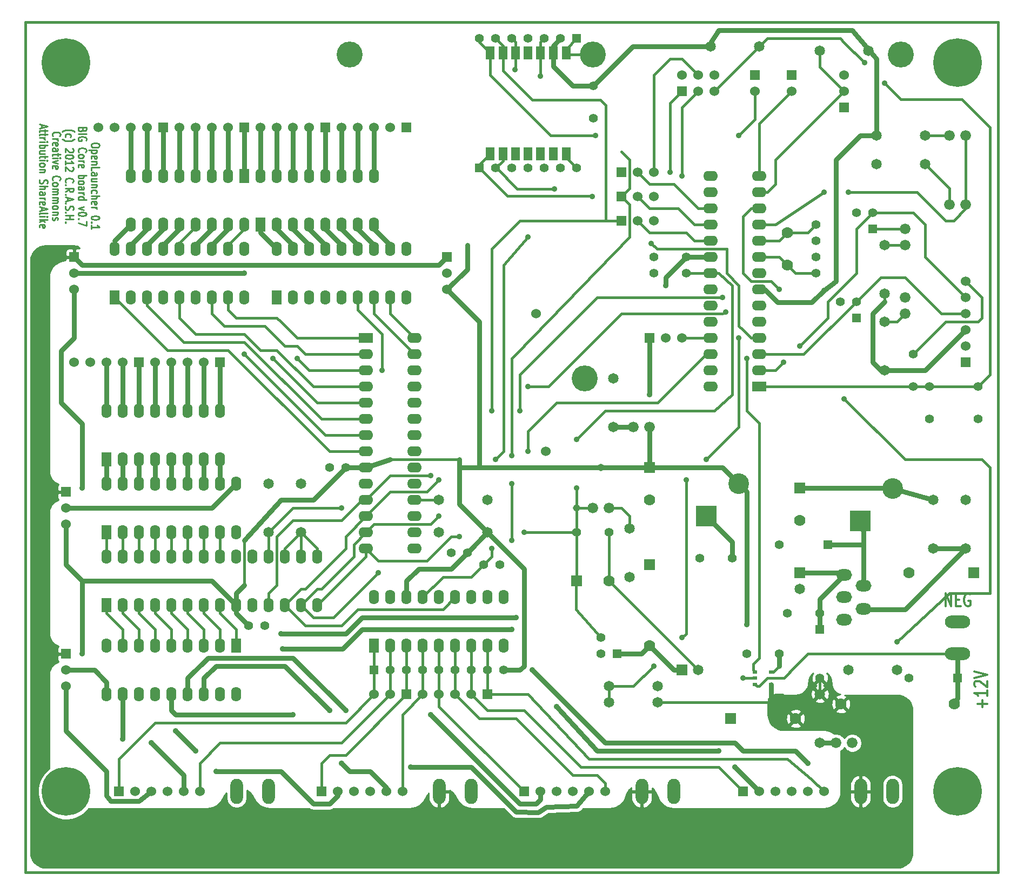
<source format=gtl>
G04 (created by PCBNEW-RS274X (2011-05-25)-stable) date Fri 10 Aug 2012 02:01:07 AM MDT*
G01*
G70*
G90*
%MOIN*%
G04 Gerber Fmt 3.4, Leading zero omitted, Abs format*
%FSLAX34Y34*%
G04 APERTURE LIST*
%ADD10C,0.006000*%
%ADD11C,0.015000*%
%ADD12C,0.012000*%
%ADD13C,0.010000*%
%ADD14C,0.160000*%
%ADD15C,0.055000*%
%ADD16R,0.055100X0.078700*%
%ADD17C,0.060000*%
%ADD18R,0.060000X0.060000*%
%ADD19C,0.066000*%
%ADD20O,0.090000X0.062000*%
%ADD21R,0.090000X0.062000*%
%ADD22O,0.062000X0.090000*%
%ADD23R,0.062000X0.090000*%
%ADD24C,0.070000*%
%ADD25R,0.070000X0.070000*%
%ADD26R,0.055000X0.055000*%
%ADD27O,0.156000X0.078000*%
%ADD28R,0.065000X0.065000*%
%ADD29C,0.065000*%
%ADD30R,0.030000X0.020000*%
%ADD31O,0.078000X0.156000*%
%ADD32O,0.098400X0.070900*%
%ADD33C,0.300000*%
%ADD34R,0.127600X0.127600*%
%ADD35C,0.127600*%
%ADD36C,0.045000*%
%ADD37C,0.035000*%
%ADD38C,0.030000*%
%ADD39C,0.015800*%
G04 APERTURE END LIST*
G54D10*
G54D11*
X28250Y-64750D02*
X28250Y-62500D01*
X88250Y-64750D02*
X88250Y-62500D01*
G54D12*
X85007Y-48324D02*
X85007Y-47524D01*
X85350Y-48324D01*
X85350Y-47524D01*
X85636Y-47905D02*
X85836Y-47905D01*
X85922Y-48324D02*
X85636Y-48324D01*
X85636Y-47524D01*
X85922Y-47524D01*
X86493Y-47562D02*
X86436Y-47524D01*
X86350Y-47524D01*
X86265Y-47562D01*
X86207Y-47638D01*
X86179Y-47714D01*
X86150Y-47867D01*
X86150Y-47981D01*
X86179Y-48133D01*
X86207Y-48210D01*
X86265Y-48286D01*
X86350Y-48324D01*
X86407Y-48324D01*
X86493Y-48286D01*
X86522Y-48248D01*
X86522Y-47981D01*
X86407Y-47981D01*
X87269Y-54556D02*
X87269Y-54099D01*
X87574Y-54328D02*
X86964Y-54328D01*
X87574Y-53499D02*
X87574Y-53842D01*
X87574Y-53670D02*
X86774Y-53670D01*
X86888Y-53727D01*
X86964Y-53785D01*
X87002Y-53842D01*
X86850Y-53271D02*
X86812Y-53242D01*
X86774Y-53185D01*
X86774Y-53042D01*
X86812Y-52985D01*
X86850Y-52956D01*
X86926Y-52928D01*
X87002Y-52928D01*
X87117Y-52956D01*
X87574Y-53299D01*
X87574Y-52928D01*
X86774Y-52757D02*
X87574Y-52557D01*
X86774Y-52357D01*
G54D11*
X88250Y-61250D02*
X88250Y-62500D01*
X28250Y-62500D02*
X28250Y-60750D01*
G54D13*
X32798Y-19807D02*
X32798Y-19884D01*
X32774Y-19922D01*
X32726Y-19960D01*
X32631Y-19979D01*
X32464Y-19979D01*
X32369Y-19960D01*
X32321Y-19922D01*
X32298Y-19884D01*
X32298Y-19807D01*
X32321Y-19769D01*
X32369Y-19731D01*
X32464Y-19712D01*
X32631Y-19712D01*
X32726Y-19731D01*
X32774Y-19769D01*
X32798Y-19807D01*
X32631Y-20150D02*
X32131Y-20150D01*
X32607Y-20150D02*
X32631Y-20188D01*
X32631Y-20265D01*
X32607Y-20303D01*
X32583Y-20322D01*
X32536Y-20341D01*
X32393Y-20341D01*
X32345Y-20322D01*
X32321Y-20303D01*
X32298Y-20265D01*
X32298Y-20188D01*
X32321Y-20150D01*
X32321Y-20665D02*
X32298Y-20627D01*
X32298Y-20550D01*
X32321Y-20512D01*
X32369Y-20493D01*
X32560Y-20493D01*
X32607Y-20512D01*
X32631Y-20550D01*
X32631Y-20627D01*
X32607Y-20665D01*
X32560Y-20684D01*
X32512Y-20684D01*
X32464Y-20493D01*
X32631Y-20855D02*
X32298Y-20855D01*
X32583Y-20855D02*
X32607Y-20874D01*
X32631Y-20912D01*
X32631Y-20970D01*
X32607Y-21008D01*
X32560Y-21027D01*
X32298Y-21027D01*
X32298Y-21408D02*
X32298Y-21217D01*
X32798Y-21217D01*
X32298Y-21713D02*
X32560Y-21713D01*
X32607Y-21694D01*
X32631Y-21656D01*
X32631Y-21579D01*
X32607Y-21541D01*
X32321Y-21713D02*
X32298Y-21675D01*
X32298Y-21579D01*
X32321Y-21541D01*
X32369Y-21522D01*
X32417Y-21522D01*
X32464Y-21541D01*
X32488Y-21579D01*
X32488Y-21675D01*
X32512Y-21713D01*
X32631Y-22075D02*
X32298Y-22075D01*
X32631Y-21903D02*
X32369Y-21903D01*
X32321Y-21922D01*
X32298Y-21960D01*
X32298Y-22018D01*
X32321Y-22056D01*
X32345Y-22075D01*
X32631Y-22265D02*
X32298Y-22265D01*
X32583Y-22265D02*
X32607Y-22284D01*
X32631Y-22322D01*
X32631Y-22380D01*
X32607Y-22418D01*
X32560Y-22437D01*
X32298Y-22437D01*
X32321Y-22799D02*
X32298Y-22761D01*
X32298Y-22684D01*
X32321Y-22646D01*
X32345Y-22627D01*
X32393Y-22608D01*
X32536Y-22608D01*
X32583Y-22627D01*
X32607Y-22646D01*
X32631Y-22684D01*
X32631Y-22761D01*
X32607Y-22799D01*
X32298Y-22970D02*
X32798Y-22970D01*
X32298Y-23142D02*
X32560Y-23142D01*
X32607Y-23123D01*
X32631Y-23085D01*
X32631Y-23027D01*
X32607Y-22989D01*
X32583Y-22970D01*
X32321Y-23485D02*
X32298Y-23447D01*
X32298Y-23370D01*
X32321Y-23332D01*
X32369Y-23313D01*
X32560Y-23313D01*
X32607Y-23332D01*
X32631Y-23370D01*
X32631Y-23447D01*
X32607Y-23485D01*
X32560Y-23504D01*
X32512Y-23504D01*
X32464Y-23313D01*
X32298Y-23675D02*
X32631Y-23675D01*
X32536Y-23675D02*
X32583Y-23694D01*
X32607Y-23713D01*
X32631Y-23751D01*
X32631Y-23790D01*
X32798Y-24304D02*
X32798Y-24343D01*
X32774Y-24381D01*
X32750Y-24400D01*
X32702Y-24419D01*
X32607Y-24438D01*
X32488Y-24438D01*
X32393Y-24419D01*
X32345Y-24400D01*
X32321Y-24381D01*
X32298Y-24343D01*
X32298Y-24304D01*
X32321Y-24266D01*
X32345Y-24247D01*
X32393Y-24228D01*
X32488Y-24209D01*
X32607Y-24209D01*
X32702Y-24228D01*
X32750Y-24247D01*
X32774Y-24266D01*
X32798Y-24304D01*
X32345Y-24609D02*
X32321Y-24628D01*
X32298Y-24609D01*
X32321Y-24590D01*
X32345Y-24609D01*
X32298Y-24609D01*
X32298Y-25009D02*
X32298Y-24780D01*
X32298Y-24894D02*
X32798Y-24894D01*
X32726Y-24856D01*
X32679Y-24818D01*
X32655Y-24780D01*
X31760Y-18874D02*
X31736Y-18931D01*
X31712Y-18950D01*
X31664Y-18969D01*
X31593Y-18969D01*
X31545Y-18950D01*
X31521Y-18931D01*
X31498Y-18893D01*
X31498Y-18740D01*
X31998Y-18740D01*
X31998Y-18874D01*
X31974Y-18912D01*
X31950Y-18931D01*
X31902Y-18950D01*
X31855Y-18950D01*
X31807Y-18931D01*
X31783Y-18912D01*
X31760Y-18874D01*
X31760Y-18740D01*
X31498Y-19140D02*
X31998Y-19140D01*
X31974Y-19540D02*
X31998Y-19502D01*
X31998Y-19445D01*
X31974Y-19387D01*
X31926Y-19349D01*
X31879Y-19330D01*
X31783Y-19311D01*
X31712Y-19311D01*
X31617Y-19330D01*
X31569Y-19349D01*
X31521Y-19387D01*
X31498Y-19445D01*
X31498Y-19483D01*
X31521Y-19540D01*
X31545Y-19559D01*
X31712Y-19559D01*
X31712Y-19483D01*
X31545Y-20264D02*
X31521Y-20245D01*
X31498Y-20188D01*
X31498Y-20150D01*
X31521Y-20092D01*
X31569Y-20054D01*
X31617Y-20035D01*
X31712Y-20016D01*
X31783Y-20016D01*
X31879Y-20035D01*
X31926Y-20054D01*
X31974Y-20092D01*
X31998Y-20150D01*
X31998Y-20188D01*
X31974Y-20245D01*
X31950Y-20264D01*
X31498Y-20492D02*
X31521Y-20454D01*
X31545Y-20435D01*
X31593Y-20416D01*
X31736Y-20416D01*
X31783Y-20435D01*
X31807Y-20454D01*
X31831Y-20492D01*
X31831Y-20550D01*
X31807Y-20588D01*
X31783Y-20607D01*
X31736Y-20626D01*
X31593Y-20626D01*
X31545Y-20607D01*
X31521Y-20588D01*
X31498Y-20550D01*
X31498Y-20492D01*
X31498Y-20797D02*
X31831Y-20797D01*
X31736Y-20797D02*
X31783Y-20816D01*
X31807Y-20835D01*
X31831Y-20873D01*
X31831Y-20912D01*
X31521Y-21198D02*
X31498Y-21160D01*
X31498Y-21083D01*
X31521Y-21045D01*
X31569Y-21026D01*
X31760Y-21026D01*
X31807Y-21045D01*
X31831Y-21083D01*
X31831Y-21160D01*
X31807Y-21198D01*
X31760Y-21217D01*
X31712Y-21217D01*
X31664Y-21026D01*
X31498Y-21693D02*
X31998Y-21693D01*
X31807Y-21693D02*
X31831Y-21731D01*
X31831Y-21808D01*
X31807Y-21846D01*
X31783Y-21865D01*
X31736Y-21884D01*
X31593Y-21884D01*
X31545Y-21865D01*
X31521Y-21846D01*
X31498Y-21808D01*
X31498Y-21731D01*
X31521Y-21693D01*
X31498Y-22112D02*
X31521Y-22074D01*
X31545Y-22055D01*
X31593Y-22036D01*
X31736Y-22036D01*
X31783Y-22055D01*
X31807Y-22074D01*
X31831Y-22112D01*
X31831Y-22170D01*
X31807Y-22208D01*
X31783Y-22227D01*
X31736Y-22246D01*
X31593Y-22246D01*
X31545Y-22227D01*
X31521Y-22208D01*
X31498Y-22170D01*
X31498Y-22112D01*
X31498Y-22589D02*
X31760Y-22589D01*
X31807Y-22570D01*
X31831Y-22532D01*
X31831Y-22455D01*
X31807Y-22417D01*
X31521Y-22589D02*
X31498Y-22551D01*
X31498Y-22455D01*
X31521Y-22417D01*
X31569Y-22398D01*
X31617Y-22398D01*
X31664Y-22417D01*
X31688Y-22455D01*
X31688Y-22551D01*
X31712Y-22589D01*
X31498Y-22779D02*
X31831Y-22779D01*
X31736Y-22779D02*
X31783Y-22798D01*
X31807Y-22817D01*
X31831Y-22855D01*
X31831Y-22894D01*
X31498Y-23199D02*
X31998Y-23199D01*
X31521Y-23199D02*
X31498Y-23161D01*
X31498Y-23084D01*
X31521Y-23046D01*
X31545Y-23027D01*
X31593Y-23008D01*
X31736Y-23008D01*
X31783Y-23027D01*
X31807Y-23046D01*
X31831Y-23084D01*
X31831Y-23161D01*
X31807Y-23199D01*
X31831Y-23656D02*
X31498Y-23751D01*
X31831Y-23847D01*
X31998Y-24075D02*
X31998Y-24114D01*
X31974Y-24152D01*
X31950Y-24171D01*
X31902Y-24190D01*
X31807Y-24209D01*
X31688Y-24209D01*
X31593Y-24190D01*
X31545Y-24171D01*
X31521Y-24152D01*
X31498Y-24114D01*
X31498Y-24075D01*
X31521Y-24037D01*
X31545Y-24018D01*
X31593Y-23999D01*
X31688Y-23980D01*
X31807Y-23980D01*
X31902Y-23999D01*
X31950Y-24018D01*
X31974Y-24037D01*
X31998Y-24075D01*
X31545Y-24380D02*
X31521Y-24399D01*
X31498Y-24380D01*
X31521Y-24361D01*
X31545Y-24380D01*
X31498Y-24380D01*
X31998Y-24532D02*
X31998Y-24799D01*
X31498Y-24627D01*
X30507Y-19008D02*
X30531Y-18988D01*
X30602Y-18950D01*
X30650Y-18931D01*
X30721Y-18912D01*
X30840Y-18893D01*
X30936Y-18893D01*
X31055Y-18912D01*
X31126Y-18931D01*
X31174Y-18950D01*
X31245Y-18988D01*
X31269Y-19008D01*
X30721Y-19332D02*
X30698Y-19294D01*
X30698Y-19217D01*
X30721Y-19179D01*
X30745Y-19160D01*
X30793Y-19141D01*
X30936Y-19141D01*
X30983Y-19160D01*
X31007Y-19179D01*
X31031Y-19217D01*
X31031Y-19294D01*
X31007Y-19332D01*
X30507Y-19465D02*
X30531Y-19484D01*
X30602Y-19522D01*
X30650Y-19541D01*
X30721Y-19560D01*
X30840Y-19579D01*
X30936Y-19579D01*
X31055Y-19560D01*
X31126Y-19541D01*
X31174Y-19522D01*
X31245Y-19484D01*
X31269Y-19465D01*
X31150Y-20056D02*
X31174Y-20075D01*
X31198Y-20113D01*
X31198Y-20209D01*
X31174Y-20247D01*
X31150Y-20266D01*
X31102Y-20285D01*
X31055Y-20285D01*
X30983Y-20266D01*
X30698Y-20037D01*
X30698Y-20285D01*
X31198Y-20532D02*
X31198Y-20571D01*
X31174Y-20609D01*
X31150Y-20628D01*
X31102Y-20647D01*
X31007Y-20666D01*
X30888Y-20666D01*
X30793Y-20647D01*
X30745Y-20628D01*
X30721Y-20609D01*
X30698Y-20571D01*
X30698Y-20532D01*
X30721Y-20494D01*
X30745Y-20475D01*
X30793Y-20456D01*
X30888Y-20437D01*
X31007Y-20437D01*
X31102Y-20456D01*
X31150Y-20475D01*
X31174Y-20494D01*
X31198Y-20532D01*
X30698Y-21047D02*
X30698Y-20818D01*
X30698Y-20932D02*
X31198Y-20932D01*
X31126Y-20894D01*
X31079Y-20856D01*
X31055Y-20818D01*
X31150Y-21199D02*
X31174Y-21218D01*
X31198Y-21256D01*
X31198Y-21352D01*
X31174Y-21390D01*
X31150Y-21409D01*
X31102Y-21428D01*
X31055Y-21428D01*
X30983Y-21409D01*
X30698Y-21180D01*
X30698Y-21428D01*
X30745Y-22133D02*
X30721Y-22114D01*
X30698Y-22057D01*
X30698Y-22019D01*
X30721Y-21961D01*
X30769Y-21923D01*
X30817Y-21904D01*
X30912Y-21885D01*
X30983Y-21885D01*
X31079Y-21904D01*
X31126Y-21923D01*
X31174Y-21961D01*
X31198Y-22019D01*
X31198Y-22057D01*
X31174Y-22114D01*
X31150Y-22133D01*
X30745Y-22304D02*
X30721Y-22323D01*
X30698Y-22304D01*
X30721Y-22285D01*
X30745Y-22304D01*
X30698Y-22304D01*
X30698Y-22723D02*
X30936Y-22589D01*
X30698Y-22494D02*
X31198Y-22494D01*
X31198Y-22647D01*
X31174Y-22685D01*
X31150Y-22704D01*
X31102Y-22723D01*
X31031Y-22723D01*
X30983Y-22704D01*
X30960Y-22685D01*
X30936Y-22647D01*
X30936Y-22494D01*
X30745Y-22894D02*
X30721Y-22913D01*
X30698Y-22894D01*
X30721Y-22875D01*
X30745Y-22894D01*
X30698Y-22894D01*
X30840Y-23065D02*
X30840Y-23256D01*
X30698Y-23027D02*
X31198Y-23160D01*
X30698Y-23294D01*
X30745Y-23427D02*
X30721Y-23446D01*
X30698Y-23427D01*
X30721Y-23408D01*
X30745Y-23427D01*
X30698Y-23427D01*
X30721Y-23598D02*
X30698Y-23655D01*
X30698Y-23751D01*
X30721Y-23789D01*
X30745Y-23808D01*
X30793Y-23827D01*
X30840Y-23827D01*
X30888Y-23808D01*
X30912Y-23789D01*
X30936Y-23751D01*
X30960Y-23674D01*
X30983Y-23636D01*
X31007Y-23617D01*
X31055Y-23598D01*
X31102Y-23598D01*
X31150Y-23617D01*
X31174Y-23636D01*
X31198Y-23674D01*
X31198Y-23770D01*
X31174Y-23827D01*
X30745Y-23998D02*
X30721Y-24017D01*
X30698Y-23998D01*
X30721Y-23979D01*
X30745Y-23998D01*
X30698Y-23998D01*
X30698Y-24188D02*
X31198Y-24188D01*
X30960Y-24188D02*
X30960Y-24417D01*
X30698Y-24417D02*
X31198Y-24417D01*
X30745Y-24607D02*
X30721Y-24626D01*
X30698Y-24607D01*
X30721Y-24588D01*
X30745Y-24607D01*
X30698Y-24607D01*
X29945Y-19274D02*
X29921Y-19255D01*
X29898Y-19198D01*
X29898Y-19160D01*
X29921Y-19102D01*
X29969Y-19064D01*
X30017Y-19045D01*
X30112Y-19026D01*
X30183Y-19026D01*
X30279Y-19045D01*
X30326Y-19064D01*
X30374Y-19102D01*
X30398Y-19160D01*
X30398Y-19198D01*
X30374Y-19255D01*
X30350Y-19274D01*
X29898Y-19445D02*
X30231Y-19445D01*
X30136Y-19445D02*
X30183Y-19464D01*
X30207Y-19483D01*
X30231Y-19521D01*
X30231Y-19560D01*
X29921Y-19846D02*
X29898Y-19808D01*
X29898Y-19731D01*
X29921Y-19693D01*
X29969Y-19674D01*
X30160Y-19674D01*
X30207Y-19693D01*
X30231Y-19731D01*
X30231Y-19808D01*
X30207Y-19846D01*
X30160Y-19865D01*
X30112Y-19865D01*
X30064Y-19674D01*
X29898Y-20208D02*
X30160Y-20208D01*
X30207Y-20189D01*
X30231Y-20151D01*
X30231Y-20074D01*
X30207Y-20036D01*
X29921Y-20208D02*
X29898Y-20170D01*
X29898Y-20074D01*
X29921Y-20036D01*
X29969Y-20017D01*
X30017Y-20017D01*
X30064Y-20036D01*
X30088Y-20074D01*
X30088Y-20170D01*
X30112Y-20208D01*
X30231Y-20341D02*
X30231Y-20493D01*
X30398Y-20398D02*
X29969Y-20398D01*
X29921Y-20417D01*
X29898Y-20455D01*
X29898Y-20493D01*
X29898Y-20627D02*
X30231Y-20627D01*
X30398Y-20627D02*
X30374Y-20608D01*
X30350Y-20627D01*
X30374Y-20646D01*
X30398Y-20627D01*
X30350Y-20627D01*
X30231Y-20779D02*
X29898Y-20874D01*
X30231Y-20970D01*
X29921Y-21275D02*
X29898Y-21237D01*
X29898Y-21160D01*
X29921Y-21122D01*
X29969Y-21103D01*
X30160Y-21103D01*
X30207Y-21122D01*
X30231Y-21160D01*
X30231Y-21237D01*
X30207Y-21275D01*
X30160Y-21294D01*
X30112Y-21294D01*
X30064Y-21103D01*
X29945Y-21999D02*
X29921Y-21980D01*
X29898Y-21923D01*
X29898Y-21885D01*
X29921Y-21827D01*
X29969Y-21789D01*
X30017Y-21770D01*
X30112Y-21751D01*
X30183Y-21751D01*
X30279Y-21770D01*
X30326Y-21789D01*
X30374Y-21827D01*
X30398Y-21885D01*
X30398Y-21923D01*
X30374Y-21980D01*
X30350Y-21999D01*
X29898Y-22227D02*
X29921Y-22189D01*
X29945Y-22170D01*
X29993Y-22151D01*
X30136Y-22151D01*
X30183Y-22170D01*
X30207Y-22189D01*
X30231Y-22227D01*
X30231Y-22285D01*
X30207Y-22323D01*
X30183Y-22342D01*
X30136Y-22361D01*
X29993Y-22361D01*
X29945Y-22342D01*
X29921Y-22323D01*
X29898Y-22285D01*
X29898Y-22227D01*
X29898Y-22532D02*
X30231Y-22532D01*
X30183Y-22532D02*
X30207Y-22551D01*
X30231Y-22589D01*
X30231Y-22647D01*
X30207Y-22685D01*
X30160Y-22704D01*
X29898Y-22704D01*
X30160Y-22704D02*
X30207Y-22723D01*
X30231Y-22761D01*
X30231Y-22818D01*
X30207Y-22856D01*
X30160Y-22875D01*
X29898Y-22875D01*
X29898Y-23065D02*
X30231Y-23065D01*
X30183Y-23065D02*
X30207Y-23084D01*
X30231Y-23122D01*
X30231Y-23180D01*
X30207Y-23218D01*
X30160Y-23237D01*
X29898Y-23237D01*
X30160Y-23237D02*
X30207Y-23256D01*
X30231Y-23294D01*
X30231Y-23351D01*
X30207Y-23389D01*
X30160Y-23408D01*
X29898Y-23408D01*
X29898Y-23655D02*
X29921Y-23617D01*
X29945Y-23598D01*
X29993Y-23579D01*
X30136Y-23579D01*
X30183Y-23598D01*
X30207Y-23617D01*
X30231Y-23655D01*
X30231Y-23713D01*
X30207Y-23751D01*
X30183Y-23770D01*
X30136Y-23789D01*
X29993Y-23789D01*
X29945Y-23770D01*
X29921Y-23751D01*
X29898Y-23713D01*
X29898Y-23655D01*
X30231Y-23960D02*
X29898Y-23960D01*
X30183Y-23960D02*
X30207Y-23979D01*
X30231Y-24017D01*
X30231Y-24075D01*
X30207Y-24113D01*
X30160Y-24132D01*
X29898Y-24132D01*
X29921Y-24303D02*
X29898Y-24341D01*
X29898Y-24417D01*
X29921Y-24456D01*
X29969Y-24475D01*
X29993Y-24475D01*
X30040Y-24456D01*
X30064Y-24417D01*
X30064Y-24360D01*
X30088Y-24322D01*
X30136Y-24303D01*
X30160Y-24303D01*
X30207Y-24322D01*
X30231Y-24360D01*
X30231Y-24417D01*
X30207Y-24456D01*
X29240Y-18568D02*
X29240Y-18759D01*
X29098Y-18530D02*
X29598Y-18663D01*
X29098Y-18797D01*
X29431Y-18873D02*
X29431Y-19025D01*
X29598Y-18930D02*
X29169Y-18930D01*
X29121Y-18949D01*
X29098Y-18987D01*
X29098Y-19025D01*
X29431Y-19102D02*
X29431Y-19254D01*
X29598Y-19159D02*
X29169Y-19159D01*
X29121Y-19178D01*
X29098Y-19216D01*
X29098Y-19254D01*
X29098Y-19388D02*
X29431Y-19388D01*
X29336Y-19388D02*
X29383Y-19407D01*
X29407Y-19426D01*
X29431Y-19464D01*
X29431Y-19503D01*
X29098Y-19636D02*
X29431Y-19636D01*
X29598Y-19636D02*
X29574Y-19617D01*
X29550Y-19636D01*
X29574Y-19655D01*
X29598Y-19636D01*
X29550Y-19636D01*
X29098Y-19826D02*
X29598Y-19826D01*
X29407Y-19826D02*
X29431Y-19864D01*
X29431Y-19941D01*
X29407Y-19979D01*
X29383Y-19998D01*
X29336Y-20017D01*
X29193Y-20017D01*
X29145Y-19998D01*
X29121Y-19979D01*
X29098Y-19941D01*
X29098Y-19864D01*
X29121Y-19826D01*
X29431Y-20360D02*
X29098Y-20360D01*
X29431Y-20188D02*
X29169Y-20188D01*
X29121Y-20207D01*
X29098Y-20245D01*
X29098Y-20303D01*
X29121Y-20341D01*
X29145Y-20360D01*
X29431Y-20493D02*
X29431Y-20645D01*
X29598Y-20550D02*
X29169Y-20550D01*
X29121Y-20569D01*
X29098Y-20607D01*
X29098Y-20645D01*
X29098Y-20779D02*
X29431Y-20779D01*
X29598Y-20779D02*
X29574Y-20760D01*
X29550Y-20779D01*
X29574Y-20798D01*
X29598Y-20779D01*
X29550Y-20779D01*
X29098Y-21026D02*
X29121Y-20988D01*
X29145Y-20969D01*
X29193Y-20950D01*
X29336Y-20950D01*
X29383Y-20969D01*
X29407Y-20988D01*
X29431Y-21026D01*
X29431Y-21084D01*
X29407Y-21122D01*
X29383Y-21141D01*
X29336Y-21160D01*
X29193Y-21160D01*
X29145Y-21141D01*
X29121Y-21122D01*
X29098Y-21084D01*
X29098Y-21026D01*
X29431Y-21331D02*
X29098Y-21331D01*
X29383Y-21331D02*
X29407Y-21350D01*
X29431Y-21388D01*
X29431Y-21446D01*
X29407Y-21484D01*
X29360Y-21503D01*
X29098Y-21503D01*
X29121Y-21979D02*
X29098Y-22036D01*
X29098Y-22132D01*
X29121Y-22170D01*
X29145Y-22189D01*
X29193Y-22208D01*
X29240Y-22208D01*
X29288Y-22189D01*
X29312Y-22170D01*
X29336Y-22132D01*
X29360Y-22055D01*
X29383Y-22017D01*
X29407Y-21998D01*
X29455Y-21979D01*
X29502Y-21979D01*
X29550Y-21998D01*
X29574Y-22017D01*
X29598Y-22055D01*
X29598Y-22151D01*
X29574Y-22208D01*
X29098Y-22379D02*
X29598Y-22379D01*
X29098Y-22551D02*
X29360Y-22551D01*
X29407Y-22532D01*
X29431Y-22494D01*
X29431Y-22436D01*
X29407Y-22398D01*
X29383Y-22379D01*
X29098Y-22913D02*
X29360Y-22913D01*
X29407Y-22894D01*
X29431Y-22856D01*
X29431Y-22779D01*
X29407Y-22741D01*
X29121Y-22913D02*
X29098Y-22875D01*
X29098Y-22779D01*
X29121Y-22741D01*
X29169Y-22722D01*
X29217Y-22722D01*
X29264Y-22741D01*
X29288Y-22779D01*
X29288Y-22875D01*
X29312Y-22913D01*
X29098Y-23103D02*
X29431Y-23103D01*
X29336Y-23103D02*
X29383Y-23122D01*
X29407Y-23141D01*
X29431Y-23179D01*
X29431Y-23218D01*
X29121Y-23504D02*
X29098Y-23466D01*
X29098Y-23389D01*
X29121Y-23351D01*
X29169Y-23332D01*
X29360Y-23332D01*
X29407Y-23351D01*
X29431Y-23389D01*
X29431Y-23466D01*
X29407Y-23504D01*
X29360Y-23523D01*
X29312Y-23523D01*
X29264Y-23332D01*
X29240Y-23675D02*
X29240Y-23866D01*
X29098Y-23637D02*
X29598Y-23770D01*
X29098Y-23904D01*
X29098Y-24094D02*
X29121Y-24056D01*
X29169Y-24037D01*
X29598Y-24037D01*
X29098Y-24247D02*
X29431Y-24247D01*
X29598Y-24247D02*
X29574Y-24228D01*
X29550Y-24247D01*
X29574Y-24266D01*
X29598Y-24247D01*
X29550Y-24247D01*
X29098Y-24437D02*
X29598Y-24437D01*
X29288Y-24475D02*
X29098Y-24590D01*
X29431Y-24590D02*
X29240Y-24437D01*
X29121Y-24914D02*
X29098Y-24876D01*
X29098Y-24799D01*
X29121Y-24761D01*
X29169Y-24742D01*
X29360Y-24742D01*
X29407Y-24761D01*
X29431Y-24799D01*
X29431Y-24876D01*
X29407Y-24914D01*
X29360Y-24933D01*
X29312Y-24933D01*
X29264Y-24742D01*
G54D11*
X28250Y-12250D02*
X28250Y-62250D01*
X88250Y-12250D02*
X28250Y-12250D01*
X88250Y-62250D02*
X88250Y-12250D01*
X28250Y-64750D02*
X88250Y-64750D01*
G54D14*
X62750Y-34250D03*
X82250Y-14250D03*
X48250Y-14250D03*
X63250Y-14250D03*
G54D15*
X63270Y-18190D03*
X63270Y-16190D03*
G54D16*
X56907Y-20380D03*
X57695Y-20391D03*
X58482Y-20391D03*
X59250Y-20391D03*
X60018Y-20391D03*
X60805Y-20391D03*
X61593Y-20391D03*
X61593Y-14131D03*
X60805Y-14131D03*
X60018Y-14131D03*
X59250Y-14131D03*
X58482Y-14131D03*
X57695Y-14131D03*
X56907Y-14131D03*
G54D17*
X60350Y-38750D03*
G54D18*
X65000Y-23000D03*
G54D17*
X66000Y-23000D03*
X67000Y-23000D03*
G54D18*
X65000Y-24500D03*
G54D17*
X66000Y-24500D03*
X67000Y-24500D03*
G54D18*
X65000Y-21500D03*
G54D17*
X66000Y-21500D03*
X67000Y-21500D03*
G54D18*
X34000Y-59750D03*
G54D17*
X35000Y-59750D03*
X36000Y-59750D03*
X37000Y-59750D03*
X38000Y-59750D03*
X39000Y-59750D03*
G54D18*
X46500Y-59750D03*
G54D17*
X47500Y-59750D03*
X48500Y-59750D03*
X49500Y-59750D03*
X50500Y-59750D03*
X51500Y-59750D03*
G54D19*
X85250Y-19250D03*
X86250Y-19250D03*
X86250Y-23500D03*
X85250Y-23500D03*
G54D20*
X49250Y-32750D03*
X49250Y-33750D03*
X49250Y-34750D03*
X49250Y-35750D03*
X49250Y-36750D03*
X49250Y-37750D03*
X49250Y-38750D03*
X49250Y-39750D03*
X49250Y-40750D03*
X49250Y-41750D03*
X49250Y-42750D03*
X49250Y-43750D03*
X49250Y-44750D03*
G54D21*
X49250Y-31750D03*
G54D20*
X52250Y-44750D03*
X52250Y-43750D03*
X52250Y-42750D03*
X52250Y-41750D03*
X52250Y-40750D03*
X52250Y-39750D03*
X52250Y-38750D03*
X52250Y-37750D03*
X52250Y-36750D03*
X52250Y-35750D03*
X52250Y-34750D03*
X52250Y-33750D03*
X52250Y-32750D03*
X52250Y-31750D03*
G54D22*
X34250Y-48250D03*
X35250Y-48250D03*
X36250Y-48250D03*
X37250Y-48250D03*
X38250Y-48250D03*
X39250Y-48250D03*
X40250Y-48250D03*
X41250Y-48250D03*
X42250Y-48250D03*
X43250Y-48250D03*
X44250Y-48250D03*
X45250Y-48250D03*
X46250Y-48250D03*
G54D23*
X33250Y-48250D03*
G54D22*
X46250Y-45250D03*
X45250Y-45250D03*
X44250Y-45250D03*
X43250Y-45250D03*
X42250Y-45250D03*
X41250Y-45250D03*
X40250Y-45250D03*
X39250Y-45250D03*
X38250Y-45250D03*
X37250Y-45250D03*
X36250Y-45250D03*
X35250Y-45250D03*
X34250Y-45250D03*
X33250Y-45250D03*
G54D23*
X49750Y-50750D03*
G54D22*
X50750Y-50750D03*
X51750Y-50750D03*
X52750Y-50750D03*
X53750Y-50750D03*
X54750Y-50750D03*
X55750Y-50750D03*
X56750Y-50750D03*
X57750Y-50750D03*
X57750Y-47750D03*
X56750Y-47750D03*
X55750Y-47750D03*
X54750Y-47750D03*
X53750Y-47750D03*
X52750Y-47750D03*
X51750Y-47750D03*
X50750Y-47750D03*
X49750Y-47750D03*
G54D24*
X82750Y-46250D03*
G54D25*
X86750Y-46250D03*
G54D26*
X85750Y-52750D03*
G54D15*
X82750Y-52750D03*
X69000Y-26750D03*
X67000Y-26750D03*
X74750Y-51250D03*
X72750Y-51250D03*
X77000Y-26750D03*
X77000Y-27750D03*
X69850Y-45350D03*
X71850Y-45350D03*
X77000Y-25750D03*
X77000Y-24750D03*
G54D18*
X59000Y-59750D03*
G54D17*
X60000Y-59750D03*
X61000Y-59750D03*
X62000Y-59750D03*
X63000Y-59750D03*
X64000Y-59750D03*
G54D25*
X66750Y-39750D03*
G54D24*
X66750Y-41750D03*
G54D15*
X83000Y-34750D03*
X83000Y-32750D03*
G54D24*
X66750Y-50750D03*
G54D25*
X66750Y-45750D03*
G54D24*
X75750Y-55250D03*
G54D25*
X71750Y-55250D03*
G54D26*
X77250Y-49750D03*
G54D15*
X77250Y-52750D03*
G54D26*
X77750Y-44500D03*
G54D15*
X74750Y-44500D03*
G54D18*
X72500Y-59750D03*
G54D17*
X73500Y-59750D03*
X74500Y-59750D03*
X75500Y-59750D03*
X76500Y-59750D03*
X77500Y-59750D03*
G54D20*
X73500Y-33750D03*
X73500Y-32750D03*
X73500Y-31750D03*
X73500Y-30750D03*
X73500Y-29750D03*
X73500Y-28750D03*
X73500Y-27750D03*
X73500Y-26750D03*
X73500Y-25750D03*
X73500Y-24750D03*
X73500Y-23750D03*
X73500Y-22750D03*
X73500Y-21750D03*
G54D21*
X73500Y-34750D03*
G54D20*
X70500Y-21750D03*
X70500Y-22750D03*
X70500Y-23750D03*
X70500Y-24750D03*
X70500Y-25750D03*
X70500Y-26750D03*
X70500Y-27750D03*
X70500Y-28750D03*
X70500Y-29750D03*
X70500Y-30750D03*
X70500Y-31750D03*
X70500Y-32750D03*
X70500Y-33750D03*
X70500Y-34750D03*
G54D18*
X68750Y-16500D03*
G54D17*
X68750Y-15500D03*
X69750Y-16500D03*
X69750Y-15500D03*
X70750Y-16500D03*
X70750Y-15500D03*
G54D15*
X87000Y-34750D03*
X87000Y-36750D03*
X84000Y-34750D03*
X84000Y-36750D03*
G54D27*
X85750Y-51240D03*
X85750Y-49270D03*
G54D28*
X68750Y-52250D03*
G54D29*
X69750Y-52250D03*
G54D25*
X62250Y-46750D03*
G54D24*
X64250Y-46750D03*
G54D15*
X64250Y-43750D03*
X62250Y-43750D03*
G54D25*
X76000Y-41000D03*
G54D24*
X76000Y-43000D03*
G54D28*
X76000Y-46250D03*
G54D29*
X76000Y-47250D03*
G54D15*
X75250Y-48750D03*
X77250Y-48750D03*
X67000Y-27750D03*
X69000Y-27750D03*
G54D29*
X67250Y-54250D03*
X64250Y-54250D03*
X64250Y-53250D03*
X67250Y-53250D03*
X86250Y-41750D03*
X86250Y-44750D03*
X84250Y-44750D03*
X84250Y-41750D03*
X45250Y-43750D03*
X45250Y-40750D03*
X70500Y-13750D03*
X73500Y-13750D03*
G54D26*
X64750Y-51250D03*
G54D15*
X63750Y-51250D03*
X63750Y-50250D03*
G54D30*
X73250Y-52375D03*
X73250Y-53125D03*
X74250Y-52375D03*
X73250Y-52750D03*
X74250Y-53125D03*
G54D24*
X75250Y-25250D03*
X75250Y-27250D03*
G54D23*
X43750Y-29250D03*
G54D22*
X44750Y-29250D03*
X45750Y-29250D03*
X46750Y-29250D03*
X47750Y-29250D03*
X48750Y-29250D03*
X49750Y-29250D03*
X50750Y-29250D03*
X51750Y-29250D03*
X51750Y-26250D03*
X50750Y-26250D03*
X49750Y-26250D03*
X48750Y-26250D03*
X47750Y-26250D03*
X46750Y-26250D03*
X45750Y-26250D03*
X44750Y-26250D03*
X43750Y-26250D03*
G54D23*
X33750Y-29250D03*
G54D22*
X34750Y-29250D03*
X35750Y-29250D03*
X36750Y-29250D03*
X37750Y-29250D03*
X38750Y-29250D03*
X39750Y-29250D03*
X40750Y-29250D03*
X41750Y-29250D03*
X41750Y-26250D03*
X40750Y-26250D03*
X39750Y-26250D03*
X38750Y-26250D03*
X37750Y-26250D03*
X36750Y-26250D03*
X35750Y-26250D03*
X34750Y-26250D03*
X33750Y-26250D03*
G54D23*
X33250Y-43750D03*
G54D22*
X34250Y-43750D03*
X35250Y-43750D03*
X36250Y-43750D03*
X37250Y-43750D03*
X38250Y-43750D03*
X39250Y-43750D03*
X40250Y-43750D03*
X41250Y-43750D03*
X41250Y-40750D03*
X40250Y-40750D03*
X39250Y-40750D03*
X38250Y-40750D03*
X37250Y-40750D03*
X36250Y-40750D03*
X35250Y-40750D03*
X34250Y-40750D03*
X33250Y-40750D03*
G54D23*
X41250Y-50750D03*
G54D22*
X40250Y-50750D03*
X39250Y-50750D03*
X38250Y-50750D03*
X37250Y-50750D03*
X36250Y-50750D03*
X35250Y-50750D03*
X34250Y-50750D03*
X33250Y-50750D03*
X33250Y-53750D03*
X34250Y-53750D03*
X35250Y-53750D03*
X36250Y-53750D03*
X37250Y-53750D03*
X38250Y-53750D03*
X39250Y-53750D03*
X40250Y-53750D03*
X41250Y-53750D03*
G54D29*
X83750Y-21000D03*
X80750Y-21000D03*
X83750Y-19250D03*
X80750Y-19250D03*
X53750Y-43750D03*
X56750Y-43750D03*
G54D31*
X41270Y-59750D03*
X43240Y-59750D03*
X79760Y-59750D03*
X81730Y-59750D03*
X53760Y-59750D03*
X55730Y-59750D03*
X66260Y-59750D03*
X68230Y-59750D03*
G54D23*
X41750Y-21750D03*
G54D22*
X40750Y-21750D03*
X39750Y-21750D03*
X38750Y-21750D03*
X37750Y-21750D03*
X36750Y-21750D03*
X35750Y-21750D03*
X34750Y-21750D03*
X34750Y-24750D03*
X35750Y-24750D03*
X36750Y-24750D03*
X37750Y-24750D03*
X38750Y-24750D03*
X39750Y-24750D03*
X40750Y-24750D03*
X41750Y-24750D03*
G54D23*
X42750Y-24750D03*
G54D22*
X43750Y-24750D03*
X44750Y-24750D03*
X45750Y-24750D03*
X46750Y-24750D03*
X47750Y-24750D03*
X48750Y-24750D03*
X49750Y-24750D03*
X49750Y-21750D03*
X48750Y-21750D03*
X47750Y-21750D03*
X46750Y-21750D03*
X45750Y-21750D03*
X44750Y-21750D03*
X43750Y-21750D03*
X42750Y-21750D03*
G54D18*
X86250Y-33250D03*
G54D17*
X86250Y-32250D03*
X86250Y-31250D03*
X86250Y-30250D03*
X86250Y-29250D03*
X86250Y-28250D03*
G54D32*
X78754Y-47750D03*
X78754Y-46372D03*
X78754Y-49128D03*
X79935Y-48459D03*
X79935Y-47041D03*
G54D33*
X30750Y-14750D03*
X85750Y-14750D03*
X30750Y-59750D03*
X85750Y-59750D03*
G54D26*
X49750Y-52250D03*
G54D15*
X50750Y-52250D03*
X51750Y-52250D03*
X52750Y-52250D03*
X53750Y-52250D03*
X54750Y-52250D03*
X55750Y-52250D03*
X56750Y-52250D03*
X57750Y-52250D03*
G54D29*
X81250Y-29000D03*
X81250Y-26000D03*
X81250Y-30750D03*
X81250Y-33750D03*
X53750Y-41750D03*
X56750Y-41750D03*
X43250Y-43750D03*
X43250Y-40750D03*
G54D18*
X51750Y-53750D03*
G54D17*
X50750Y-53750D03*
X49750Y-53750D03*
G54D18*
X54250Y-26750D03*
G54D17*
X54250Y-27750D03*
X54250Y-28750D03*
G54D18*
X31250Y-26750D03*
G54D17*
X31250Y-27750D03*
X31250Y-28750D03*
G54D18*
X30750Y-41250D03*
G54D17*
X30750Y-42250D03*
X30750Y-43250D03*
G54D18*
X30750Y-51250D03*
G54D17*
X30750Y-52250D03*
X30750Y-53250D03*
G54D19*
X82500Y-30250D03*
X82500Y-29250D03*
X82500Y-26000D03*
X82500Y-25000D03*
G54D23*
X33250Y-39250D03*
G54D22*
X34250Y-39250D03*
X35250Y-39250D03*
X36250Y-39250D03*
X37250Y-39250D03*
X38250Y-39250D03*
X39250Y-39250D03*
X40250Y-39250D03*
X40250Y-36250D03*
X39250Y-36250D03*
X38250Y-36250D03*
X37250Y-36250D03*
X36250Y-36250D03*
X35250Y-36250D03*
X34250Y-36250D03*
X33250Y-36250D03*
G54D18*
X41750Y-18750D03*
G54D17*
X40750Y-18750D03*
X39750Y-18750D03*
X38750Y-18750D03*
X37750Y-18750D03*
G54D18*
X51750Y-18750D03*
G54D17*
X50750Y-18750D03*
X49750Y-18750D03*
X48750Y-18750D03*
X47750Y-18750D03*
G54D18*
X56750Y-53750D03*
G54D17*
X55750Y-53750D03*
X54750Y-53750D03*
X53750Y-53750D03*
X52750Y-53750D03*
G54D18*
X40250Y-33250D03*
G54D17*
X39250Y-33250D03*
X38250Y-33250D03*
X37250Y-33250D03*
X36250Y-33250D03*
G54D26*
X79500Y-30500D03*
G54D15*
X79500Y-29500D03*
X78500Y-29500D03*
G54D26*
X80500Y-25000D03*
G54D15*
X80500Y-24000D03*
X79500Y-24000D03*
G54D18*
X75500Y-15500D03*
G54D17*
X75500Y-16500D03*
G54D18*
X73250Y-15500D03*
G54D17*
X73250Y-16500D03*
G54D18*
X36750Y-18750D03*
G54D17*
X35750Y-18750D03*
X34750Y-18750D03*
X33750Y-18750D03*
X32750Y-18750D03*
G54D18*
X46750Y-18750D03*
G54D17*
X45750Y-18750D03*
X44750Y-18750D03*
X43750Y-18750D03*
X42750Y-18750D03*
G54D18*
X35250Y-33250D03*
G54D17*
X34250Y-33250D03*
X33250Y-33250D03*
X32250Y-33250D03*
X31250Y-33250D03*
G54D29*
X77250Y-14000D03*
X80250Y-14000D03*
G54D18*
X66750Y-31750D03*
G54D17*
X67750Y-31750D03*
X68750Y-31750D03*
G54D18*
X78750Y-17500D03*
G54D17*
X78750Y-16500D03*
X78750Y-15500D03*
G54D24*
X78550Y-54350D03*
X85550Y-54350D03*
G54D34*
X70250Y-42750D03*
G54D35*
X72250Y-40750D03*
G54D34*
X79750Y-43050D03*
G54D35*
X81750Y-41050D03*
G54D15*
X42000Y-49500D03*
X43000Y-49500D03*
X48000Y-39750D03*
X47000Y-39750D03*
X54500Y-45000D03*
X55500Y-45000D03*
X56500Y-45750D03*
X57500Y-45750D03*
G54D29*
X79000Y-52250D03*
X82000Y-52250D03*
G54D36*
X63750Y-39750D03*
X62250Y-42250D03*
G54D19*
X66750Y-37250D03*
X65750Y-37250D03*
X78250Y-56750D03*
X79250Y-56750D03*
X63250Y-42250D03*
X64250Y-42250D03*
G54D29*
X65500Y-46500D03*
X65500Y-43500D03*
X64500Y-34250D03*
X64500Y-37250D03*
X77250Y-53750D03*
X77250Y-56750D03*
G54D17*
X59750Y-30250D03*
G54D26*
X62250Y-13250D03*
G54D15*
X61250Y-13250D03*
X60250Y-13250D03*
X59250Y-13250D03*
X58250Y-13250D03*
X57250Y-13250D03*
X56250Y-13250D03*
G54D26*
X56250Y-21250D03*
G54D15*
X57250Y-21250D03*
X58250Y-21250D03*
X59250Y-21250D03*
X60250Y-21250D03*
X61250Y-21250D03*
X62250Y-21250D03*
G54D37*
X62250Y-41000D03*
X62250Y-38000D03*
X57000Y-44750D03*
X59000Y-43750D03*
X58250Y-44250D03*
X58250Y-40750D03*
X59250Y-38750D03*
X53250Y-40250D03*
X59250Y-34750D03*
X71450Y-30150D03*
X71250Y-29250D03*
X58750Y-36250D03*
X52250Y-41750D03*
X47750Y-42250D03*
X74750Y-28750D03*
X78750Y-35500D03*
X82000Y-50500D03*
X63220Y-23020D03*
X55000Y-44000D03*
X58250Y-39000D03*
X53750Y-42750D03*
X59250Y-25500D03*
X57250Y-39250D03*
X58450Y-15180D03*
X50000Y-46250D03*
X57000Y-36250D03*
X53750Y-40500D03*
X72750Y-33000D03*
X72250Y-31750D03*
X70250Y-39250D03*
X69000Y-40500D03*
X68750Y-50250D03*
X67000Y-52000D03*
X60000Y-15580D03*
X72500Y-52750D03*
X68750Y-21750D03*
X76000Y-32250D03*
X75000Y-33250D03*
X66850Y-25910D03*
X60860Y-22540D03*
X72250Y-19250D03*
X68000Y-21500D03*
X63420Y-19240D03*
X77500Y-22750D03*
X79000Y-22750D03*
X81250Y-16000D03*
X80000Y-14750D03*
X43500Y-33000D03*
X41750Y-32750D03*
X50250Y-33750D03*
X45000Y-33000D03*
X41750Y-27750D03*
X77500Y-28800D03*
X31750Y-41000D03*
X72750Y-49450D03*
X66750Y-35250D03*
X67750Y-28500D03*
X31750Y-51250D03*
X34250Y-56500D03*
X36000Y-56750D03*
X40000Y-58500D03*
X38750Y-57250D03*
X37500Y-56000D03*
X44750Y-55000D03*
X47750Y-58000D03*
X53250Y-55000D03*
X48000Y-54750D03*
X52000Y-58250D03*
X47000Y-54750D03*
X72000Y-58250D03*
X71000Y-57250D03*
X61000Y-54500D03*
X58500Y-49000D03*
X44000Y-50000D03*
X44100Y-50950D03*
X58250Y-49750D03*
X59500Y-52250D03*
X76500Y-58000D03*
G54D38*
X74250Y-53125D02*
X74250Y-54250D01*
G54D39*
X76750Y-54250D02*
X77250Y-53750D01*
X67250Y-54250D02*
X74250Y-54250D01*
X74250Y-54250D02*
X74450Y-54250D01*
X74450Y-54250D02*
X76750Y-54250D01*
X77250Y-53750D02*
X77250Y-52750D01*
G54D38*
X31250Y-26750D02*
X31750Y-27250D01*
X53750Y-27250D02*
X54250Y-26750D01*
X31750Y-27250D02*
X53750Y-27250D01*
G54D39*
X62250Y-42250D02*
X62250Y-43750D01*
X62250Y-42250D02*
X63250Y-42250D01*
X62250Y-42500D02*
X62250Y-41000D01*
X62250Y-42500D02*
X62250Y-43750D01*
X62250Y-38000D02*
X64000Y-36250D01*
X64000Y-36250D02*
X70750Y-36250D01*
X70750Y-36250D02*
X71850Y-35250D01*
X71850Y-35250D02*
X71850Y-28500D01*
X71850Y-28500D02*
X71000Y-27750D01*
X71000Y-27750D02*
X70500Y-27750D01*
X56500Y-45750D02*
X57000Y-45250D01*
X59000Y-43750D02*
X62250Y-43750D01*
X57000Y-45250D02*
X57000Y-44750D01*
X56500Y-45750D02*
X55750Y-46500D01*
X55750Y-46500D02*
X54000Y-46500D01*
X54000Y-46500D02*
X52750Y-47750D01*
X52750Y-47750D02*
X54000Y-46500D01*
X54000Y-46500D02*
X55750Y-46500D01*
X62250Y-43750D02*
X62250Y-46750D01*
X62250Y-46750D02*
X62200Y-47000D01*
X62200Y-47000D02*
X62200Y-48500D01*
X63750Y-50250D02*
X62200Y-48500D01*
X69000Y-27750D02*
X70500Y-27750D01*
X60500Y-36250D02*
X61000Y-35750D01*
X58250Y-44250D02*
X58250Y-40750D01*
X59250Y-38750D02*
X59250Y-37500D01*
X59250Y-37500D02*
X60500Y-36250D01*
X70250Y-32750D02*
X70500Y-32750D01*
X67250Y-35750D02*
X70250Y-32750D01*
X61000Y-35750D02*
X67250Y-35750D01*
X49250Y-41750D02*
X49000Y-41750D01*
X43250Y-47500D02*
X43250Y-48250D01*
X43750Y-47000D02*
X43250Y-47500D01*
X43750Y-44000D02*
X43750Y-47000D01*
X44750Y-43000D02*
X43750Y-44000D01*
X47750Y-43000D02*
X44750Y-43000D01*
X49000Y-41750D02*
X47750Y-43000D01*
X50750Y-40250D02*
X53250Y-40250D01*
X50750Y-40250D02*
X49250Y-41750D01*
X60500Y-34750D02*
X63800Y-31450D01*
X59250Y-34750D02*
X60500Y-34750D01*
X65000Y-30250D02*
X63800Y-31450D01*
X71250Y-30250D02*
X65000Y-30250D01*
X71450Y-30150D02*
X71250Y-30250D01*
X63500Y-29250D02*
X71250Y-29250D01*
X58750Y-34000D02*
X63500Y-29250D01*
X58750Y-36250D02*
X58750Y-34000D01*
X53750Y-41750D02*
X52250Y-41750D01*
X47750Y-42250D02*
X44750Y-42250D01*
X44750Y-42250D02*
X43250Y-43750D01*
X43250Y-45250D02*
X43250Y-43750D01*
X73000Y-23750D02*
X72500Y-24250D01*
X72500Y-24250D02*
X72500Y-27750D01*
X72500Y-27750D02*
X73000Y-28250D01*
X73000Y-28250D02*
X74250Y-28250D01*
X74250Y-28250D02*
X74750Y-28750D01*
X78750Y-35500D02*
X82500Y-39250D01*
X82500Y-39250D02*
X87250Y-39250D01*
X87250Y-39250D02*
X87750Y-39750D01*
X87750Y-39750D02*
X87750Y-41250D01*
X87750Y-47500D02*
X87750Y-41250D01*
X85250Y-47500D02*
X87750Y-47500D01*
X82000Y-50500D02*
X85250Y-47500D01*
X73000Y-23750D02*
X73500Y-23750D01*
X57980Y-22980D02*
X56250Y-21250D01*
X63180Y-22980D02*
X57980Y-22980D01*
X63220Y-23020D02*
X63180Y-22980D01*
X56250Y-21250D02*
X56250Y-21037D01*
X56250Y-21037D02*
X56907Y-20380D01*
X50000Y-45500D02*
X53000Y-45500D01*
X49250Y-44750D02*
X50000Y-45500D01*
X58250Y-39000D02*
X58250Y-33000D01*
X65500Y-25500D02*
X65500Y-23500D01*
X58500Y-32750D02*
X65500Y-25500D01*
X65500Y-23500D02*
X65000Y-23000D01*
X58250Y-33000D02*
X58500Y-32750D01*
X54500Y-44000D02*
X55000Y-44000D01*
X53000Y-45500D02*
X54500Y-44000D01*
X49250Y-44750D02*
X49250Y-45250D01*
X49250Y-45250D02*
X46250Y-48250D01*
X65000Y-23000D02*
X65500Y-22500D01*
X65500Y-20750D02*
X65000Y-20250D01*
X65500Y-22500D02*
X65500Y-20750D01*
X49750Y-43250D02*
X53250Y-43250D01*
X53250Y-43250D02*
X53750Y-42750D01*
X49250Y-43750D02*
X49750Y-43250D01*
X57750Y-27250D02*
X59250Y-25500D01*
X57750Y-38750D02*
X57750Y-27250D01*
X57250Y-39250D02*
X57750Y-38750D01*
X58482Y-14131D02*
X58482Y-15148D01*
X58482Y-15148D02*
X58450Y-15180D01*
X58250Y-13250D02*
X58482Y-13482D01*
X58482Y-13482D02*
X58482Y-14131D01*
X45250Y-48250D02*
X46000Y-49000D01*
X49750Y-46500D02*
X50000Y-46250D01*
X47250Y-49000D02*
X49750Y-46500D01*
X47000Y-49000D02*
X47250Y-49000D01*
X46000Y-49000D02*
X47000Y-49000D01*
X49250Y-43750D02*
X48500Y-44500D01*
X46250Y-47250D02*
X45250Y-48250D01*
X46500Y-47250D02*
X46250Y-47250D01*
X48500Y-45250D02*
X46500Y-47250D01*
X48500Y-44500D02*
X48500Y-45250D01*
X57695Y-14131D02*
X57695Y-15245D01*
X64030Y-17370D02*
X64030Y-24500D01*
X63700Y-17040D02*
X64030Y-17370D01*
X59490Y-17040D02*
X63700Y-17040D01*
X57695Y-15245D02*
X59490Y-17040D01*
X57250Y-13250D02*
X57695Y-13695D01*
X57695Y-13695D02*
X57695Y-14131D01*
X58750Y-24500D02*
X64030Y-24500D01*
X57000Y-36250D02*
X57000Y-26250D01*
X57000Y-26250D02*
X58750Y-24500D01*
X49250Y-42750D02*
X50750Y-41250D01*
X53000Y-41250D02*
X53750Y-40500D01*
X50750Y-41250D02*
X53000Y-41250D01*
X44250Y-48250D02*
X45500Y-49500D01*
X54000Y-48500D02*
X54750Y-47750D01*
X48750Y-48500D02*
X54000Y-48500D01*
X48500Y-48750D02*
X48750Y-48500D01*
X47750Y-49500D02*
X48500Y-48750D01*
X47500Y-49500D02*
X47750Y-49500D01*
X45500Y-49500D02*
X47500Y-49500D01*
X49250Y-42750D02*
X48000Y-44000D01*
X45250Y-47250D02*
X44250Y-48250D01*
X45500Y-47250D02*
X45250Y-47250D01*
X48000Y-44750D02*
X45500Y-47250D01*
X48000Y-44000D02*
X48000Y-44750D01*
X64030Y-24500D02*
X65000Y-24500D01*
X73500Y-38500D02*
X73500Y-37000D01*
X72750Y-36250D02*
X72750Y-33000D01*
X73500Y-37000D02*
X72750Y-36250D01*
X73250Y-52375D02*
X73125Y-52250D01*
X73500Y-51500D02*
X73500Y-38500D01*
X73125Y-51875D02*
X73500Y-51500D01*
X73125Y-52125D02*
X73125Y-51875D01*
X73125Y-52250D02*
X73125Y-52125D01*
X73500Y-38500D02*
X73500Y-39750D01*
X64250Y-53250D02*
X65750Y-53250D01*
X72250Y-37250D02*
X72250Y-31750D01*
X70250Y-39250D02*
X72250Y-37250D01*
X69000Y-50000D02*
X69000Y-40500D01*
X68750Y-50250D02*
X69000Y-50000D01*
X65750Y-53250D02*
X67000Y-52000D01*
X64250Y-53250D02*
X64250Y-54250D01*
X60018Y-14131D02*
X60018Y-15562D01*
X60018Y-15562D02*
X60000Y-15580D01*
X61593Y-20391D02*
X61593Y-20593D01*
X61593Y-20593D02*
X62250Y-21250D01*
X60250Y-13250D02*
X60018Y-13482D01*
X60018Y-13482D02*
X60018Y-14131D01*
X73250Y-52750D02*
X72500Y-52750D01*
X68750Y-17500D02*
X69750Y-16500D01*
X68750Y-21750D02*
X68750Y-17500D01*
X77000Y-24750D02*
X76500Y-25250D01*
X76500Y-25250D02*
X75250Y-25250D01*
X75250Y-25250D02*
X74750Y-25750D01*
X74750Y-25750D02*
X73500Y-25750D01*
X73500Y-33750D02*
X74500Y-33750D01*
X79500Y-25000D02*
X80500Y-24000D01*
X79500Y-27750D02*
X79500Y-25000D01*
X77750Y-29500D02*
X79500Y-27750D01*
X77750Y-30500D02*
X77750Y-29500D01*
X76000Y-32250D02*
X77750Y-30500D01*
X74500Y-33750D02*
X75000Y-33250D01*
X86250Y-29250D02*
X83750Y-26750D01*
X83000Y-24000D02*
X80500Y-24000D01*
X83750Y-24750D02*
X83000Y-24000D01*
X83750Y-26750D02*
X83750Y-24750D01*
X57250Y-21250D02*
X57290Y-21250D01*
X67190Y-26250D02*
X71500Y-26250D01*
X66850Y-25910D02*
X67190Y-26250D01*
X58580Y-22540D02*
X60860Y-22540D01*
X57290Y-21250D02*
X58580Y-22540D01*
X57695Y-20391D02*
X57695Y-20805D01*
X57695Y-20805D02*
X57250Y-21250D01*
X71500Y-26250D02*
X71500Y-26250D01*
X72500Y-31250D02*
X73000Y-31750D01*
X73500Y-31750D02*
X73000Y-31750D01*
X72250Y-31000D02*
X72500Y-31250D01*
X72250Y-28500D02*
X72250Y-31000D01*
X71500Y-27750D02*
X72250Y-28500D01*
X71500Y-26250D02*
X71500Y-27750D01*
X78750Y-16500D02*
X74500Y-20750D01*
X74000Y-22750D02*
X73500Y-22750D01*
X74500Y-22250D02*
X74000Y-22750D01*
X74500Y-20750D02*
X74500Y-22250D01*
X78750Y-16500D02*
X77250Y-15000D01*
X77250Y-15000D02*
X77250Y-14000D01*
X67000Y-21500D02*
X67000Y-15500D01*
X68750Y-14500D02*
X69750Y-15500D01*
X68000Y-14500D02*
X68750Y-14500D01*
X67000Y-15500D02*
X68000Y-14500D01*
X66000Y-24500D02*
X66750Y-25250D01*
X69500Y-25750D02*
X70500Y-25750D01*
X69000Y-25250D02*
X69500Y-25750D01*
X66750Y-25250D02*
X69000Y-25250D01*
X73250Y-16500D02*
X73250Y-18250D01*
X73250Y-18250D02*
X72250Y-19250D01*
X66000Y-21500D02*
X66750Y-22250D01*
X69750Y-23750D02*
X70500Y-23750D01*
X68250Y-22250D02*
X69750Y-23750D01*
X66750Y-22250D02*
X68250Y-22250D01*
X81250Y-30750D02*
X82000Y-30750D01*
X82000Y-30750D02*
X82500Y-30250D01*
X73500Y-21750D02*
X73500Y-18500D01*
X73500Y-18500D02*
X75500Y-16500D01*
X82500Y-26000D02*
X81250Y-26000D01*
X79500Y-29500D02*
X81000Y-28000D01*
X84750Y-30250D02*
X86250Y-30250D01*
X82500Y-28000D02*
X84750Y-30250D01*
X81000Y-28000D02*
X82500Y-28000D01*
X79500Y-29500D02*
X76250Y-32750D01*
X76250Y-32750D02*
X73500Y-32750D01*
X86250Y-28250D02*
X87250Y-29250D01*
X87250Y-29250D02*
X87250Y-30500D01*
X87250Y-30500D02*
X87000Y-30750D01*
X87000Y-30750D02*
X85000Y-30750D01*
X85000Y-30750D02*
X83000Y-32750D01*
X75250Y-27250D02*
X75750Y-27750D01*
X75750Y-27750D02*
X77000Y-27750D01*
X73500Y-26750D02*
X74750Y-26750D01*
X75750Y-27750D02*
X77000Y-27750D01*
X74750Y-26750D02*
X75750Y-27750D01*
X70500Y-31750D02*
X68750Y-31750D01*
X66000Y-23000D02*
X66750Y-23750D01*
X69500Y-24750D02*
X70500Y-24750D01*
X68500Y-23750D02*
X69500Y-24750D01*
X66750Y-23750D02*
X68500Y-23750D01*
X63250Y-14250D02*
X61712Y-14250D01*
X61712Y-14250D02*
X61593Y-14131D01*
X61593Y-14131D02*
X61593Y-13907D01*
X61593Y-13907D02*
X62250Y-13250D01*
X68750Y-16500D02*
X68000Y-17250D01*
X68000Y-17250D02*
X68000Y-21500D01*
X56907Y-14131D02*
X56907Y-15517D01*
X60630Y-19240D02*
X63420Y-19240D01*
X56907Y-15517D02*
X60630Y-19240D01*
X56250Y-13250D02*
X56250Y-13474D01*
X56250Y-13474D02*
X56907Y-14131D01*
X86250Y-23500D02*
X86250Y-23750D01*
X74500Y-24750D02*
X73500Y-24750D01*
X77500Y-22750D02*
X74500Y-24750D01*
X83250Y-22750D02*
X79000Y-22750D01*
X85000Y-24500D02*
X83250Y-22750D01*
X85500Y-24500D02*
X85000Y-24500D01*
X86250Y-23750D02*
X85500Y-24500D01*
X86250Y-19250D02*
X86250Y-23500D01*
X83750Y-19250D02*
X85250Y-19250D01*
X83750Y-21000D02*
X85250Y-22500D01*
X85250Y-22500D02*
X85250Y-23500D01*
X83000Y-34750D02*
X84000Y-34750D01*
X83000Y-34750D02*
X87000Y-34750D01*
X73500Y-13750D02*
X74000Y-13250D01*
X87750Y-34000D02*
X87750Y-28750D01*
X87750Y-28750D02*
X87750Y-18750D01*
X87750Y-18750D02*
X86000Y-17000D01*
X86000Y-17000D02*
X82250Y-17000D01*
X82250Y-17000D02*
X81250Y-16000D01*
X80000Y-14750D02*
X78750Y-13500D01*
X87750Y-34000D02*
X87000Y-34750D01*
X78500Y-13250D02*
X78750Y-13500D01*
X74000Y-13250D02*
X78500Y-13250D01*
X70750Y-16500D02*
X73500Y-13750D01*
X87000Y-34750D02*
X81750Y-34750D01*
X73500Y-34750D02*
X77000Y-34750D01*
X77000Y-34750D02*
X79000Y-34750D01*
X79000Y-34750D02*
X81750Y-34750D01*
X81750Y-34750D02*
X82000Y-34750D01*
X80500Y-25000D02*
X82500Y-25000D01*
G54D38*
X36250Y-39250D02*
X36250Y-40750D01*
X33250Y-40750D02*
X33250Y-39250D01*
X34250Y-39250D02*
X34250Y-40750D01*
X35250Y-40750D02*
X35250Y-39250D01*
X37250Y-40750D02*
X37250Y-39250D01*
X38250Y-39250D02*
X38250Y-40750D01*
X39250Y-40750D02*
X39250Y-39250D01*
X40250Y-39250D02*
X40250Y-40750D01*
G54D39*
X39750Y-26250D02*
X39750Y-26000D01*
X40750Y-25000D02*
X40750Y-24750D01*
G54D38*
X39750Y-26000D02*
X40750Y-25000D01*
X43750Y-24750D02*
X43750Y-25000D01*
X44750Y-26000D02*
X44750Y-26250D01*
X43750Y-25000D02*
X44750Y-26000D01*
G54D39*
X45750Y-24750D02*
X45750Y-25000D01*
X46750Y-26000D02*
X46750Y-26250D01*
G54D38*
X45750Y-25000D02*
X46750Y-26000D01*
G54D39*
X47750Y-24750D02*
X47750Y-25000D01*
X48750Y-26000D02*
X48750Y-26250D01*
G54D38*
X47750Y-25000D02*
X48750Y-26000D01*
G54D39*
X49750Y-24750D02*
X49750Y-25000D01*
X50750Y-26000D02*
X50750Y-26250D01*
G54D38*
X49750Y-25000D02*
X50750Y-26000D01*
X41250Y-40750D02*
X39750Y-42250D01*
X39750Y-42250D02*
X30750Y-42250D01*
X34750Y-24750D02*
X33750Y-25750D01*
G54D39*
X33750Y-25750D02*
X33750Y-26250D01*
X35750Y-26250D02*
X35750Y-26000D01*
X36750Y-25000D02*
X36750Y-24750D01*
G54D38*
X35750Y-26000D02*
X36750Y-25000D01*
G54D39*
X38750Y-24750D02*
X38750Y-24890D01*
X37750Y-25890D02*
X37750Y-26250D01*
X38750Y-24890D02*
X37750Y-25890D01*
X33750Y-29250D02*
X37000Y-32500D01*
X47000Y-38750D02*
X49250Y-38750D01*
X40750Y-32500D02*
X47000Y-38750D01*
X37000Y-32500D02*
X40750Y-32500D01*
X49250Y-36750D02*
X46500Y-36750D01*
X35750Y-29750D02*
X35750Y-29250D01*
X38000Y-32000D02*
X35750Y-29750D01*
X41750Y-32000D02*
X38000Y-32000D01*
X46500Y-36750D02*
X41750Y-32000D01*
X49250Y-34750D02*
X46000Y-34750D01*
X37750Y-30500D02*
X37750Y-29250D01*
X38750Y-31500D02*
X37750Y-30500D01*
X41750Y-31500D02*
X38750Y-31500D01*
X42750Y-32500D02*
X41750Y-31500D01*
X43750Y-32500D02*
X42750Y-32500D01*
X46000Y-34750D02*
X43750Y-32500D01*
X49250Y-35750D02*
X46250Y-35750D01*
X46250Y-35750D02*
X43500Y-33000D01*
X49250Y-37750D02*
X46750Y-37750D01*
X46750Y-37750D02*
X41750Y-32750D01*
X45500Y-32750D02*
X45000Y-32250D01*
X49250Y-32750D02*
X45500Y-32750D01*
X39750Y-30250D02*
X39750Y-29250D01*
X40500Y-31000D02*
X39750Y-30250D01*
X43000Y-31000D02*
X40500Y-31000D01*
X44250Y-32250D02*
X43000Y-31000D01*
X45000Y-32250D02*
X44250Y-32250D01*
X39750Y-29250D02*
X39750Y-29250D01*
X49750Y-29250D02*
X49750Y-30000D01*
X49750Y-30250D02*
X52250Y-32750D01*
X49750Y-30000D02*
X49750Y-30250D01*
X48750Y-30000D02*
X48750Y-29250D01*
X50250Y-31500D02*
X48750Y-30000D01*
X50250Y-33750D02*
X50250Y-31500D01*
X52250Y-31750D02*
X50750Y-30250D01*
X50750Y-30250D02*
X50750Y-29250D01*
X45000Y-31750D02*
X44000Y-30750D01*
X49250Y-31750D02*
X45000Y-31750D01*
X40750Y-30000D02*
X40750Y-29250D01*
X41250Y-30500D02*
X40750Y-30000D01*
X43750Y-30500D02*
X41250Y-30500D01*
X44000Y-30750D02*
X43750Y-30500D01*
X49250Y-33750D02*
X45750Y-33750D01*
X45750Y-33750D02*
X45000Y-33000D01*
G54D38*
X30750Y-52250D02*
X32250Y-52250D01*
X32250Y-52250D02*
X32500Y-52250D01*
X32500Y-52250D02*
X33250Y-53000D01*
X33250Y-53000D02*
X33250Y-53750D01*
G54D39*
X33250Y-43750D02*
X33250Y-45250D01*
X36250Y-43750D02*
X36250Y-45250D01*
X38250Y-43750D02*
X38250Y-45250D01*
X40250Y-43750D02*
X40250Y-45250D01*
G54D38*
X42750Y-24750D02*
X42750Y-25250D01*
X42750Y-25250D02*
X43750Y-26250D01*
G54D39*
X48750Y-24750D02*
X48750Y-25000D01*
X49750Y-26000D02*
X49750Y-26250D01*
G54D38*
X48750Y-25000D02*
X49750Y-26000D01*
G54D39*
X46750Y-24750D02*
X46750Y-25000D01*
X47750Y-26000D02*
X47750Y-26250D01*
G54D38*
X46750Y-25000D02*
X47750Y-26000D01*
G54D39*
X44750Y-24750D02*
X44750Y-25000D01*
G54D38*
X44750Y-25000D02*
X45750Y-26000D01*
G54D39*
X45750Y-26000D02*
X45750Y-26250D01*
X40250Y-50750D02*
X40250Y-49750D01*
X39250Y-48750D02*
X39250Y-48250D01*
X40250Y-49750D02*
X39250Y-48750D01*
X38250Y-48250D02*
X38250Y-48750D01*
X39250Y-49750D02*
X39250Y-50750D01*
X38250Y-48750D02*
X39250Y-49750D01*
X35250Y-50750D02*
X35250Y-49750D01*
X34250Y-48750D02*
X34250Y-48250D01*
X35250Y-49750D02*
X34250Y-48750D01*
X38750Y-26250D02*
X38750Y-26000D01*
X39750Y-25000D02*
X39750Y-24750D01*
G54D38*
X38750Y-26000D02*
X39750Y-25000D01*
X31750Y-27750D02*
X31250Y-27750D01*
X41250Y-27750D02*
X31750Y-27750D01*
X41750Y-27750D02*
X41250Y-27750D01*
G54D39*
X40750Y-26250D02*
X40750Y-26000D01*
X41750Y-25000D02*
X41750Y-24750D01*
X40750Y-26000D02*
X41750Y-25000D01*
X36750Y-26250D02*
X36750Y-26000D01*
X37750Y-25000D02*
X37750Y-24750D01*
G54D38*
X36750Y-26000D02*
X37750Y-25000D01*
G54D39*
X34750Y-26250D02*
X34750Y-26000D01*
X35750Y-25000D02*
X35750Y-24750D01*
G54D38*
X34750Y-26000D02*
X35750Y-25000D01*
G54D39*
X40250Y-48250D02*
X40250Y-48750D01*
X41250Y-49750D02*
X41250Y-50750D01*
X40250Y-48750D02*
X41250Y-49750D01*
X39250Y-43750D02*
X39250Y-45250D01*
X35250Y-43750D02*
X35250Y-45250D01*
X45250Y-45250D02*
X45250Y-43750D01*
X44250Y-45250D02*
X44250Y-44750D01*
X44250Y-44750D02*
X45250Y-43750D01*
X45250Y-43750D02*
X46250Y-44750D01*
X46250Y-44750D02*
X46250Y-45250D01*
X37250Y-43750D02*
X37250Y-45250D01*
X33250Y-48250D02*
X33250Y-48750D01*
X34250Y-49750D02*
X34250Y-50750D01*
X33250Y-48750D02*
X34250Y-49750D01*
X35250Y-48250D02*
X35250Y-48750D01*
X36250Y-49750D02*
X36250Y-50750D01*
X35250Y-48750D02*
X36250Y-49750D01*
X38250Y-50750D02*
X38250Y-49750D01*
X37250Y-48750D02*
X37250Y-48250D01*
X38250Y-49750D02*
X37250Y-48750D01*
X36250Y-48250D02*
X36250Y-48750D01*
X37250Y-49750D02*
X37250Y-50750D01*
X36250Y-48750D02*
X37250Y-49750D01*
X34250Y-43750D02*
X34250Y-45250D01*
G54D38*
X77750Y-44500D02*
X79947Y-44500D01*
X79947Y-44500D02*
X79947Y-44408D01*
X79935Y-47041D02*
X79947Y-44408D01*
X79947Y-44408D02*
X79950Y-43750D01*
X79950Y-43750D02*
X79750Y-43050D01*
X86250Y-44750D02*
X82500Y-48500D01*
G54D39*
X79976Y-48500D02*
X79935Y-48459D01*
G54D38*
X82500Y-48500D02*
X79976Y-48500D01*
X84250Y-44750D02*
X86250Y-44750D01*
X85750Y-51240D02*
X85750Y-52750D01*
X85750Y-52750D02*
X85750Y-54000D01*
X85550Y-54200D02*
X85550Y-54350D01*
X85750Y-54000D02*
X85550Y-54200D01*
G54D39*
X75050Y-52750D02*
X74000Y-52750D01*
X75050Y-52750D02*
X75750Y-52000D01*
X75750Y-52000D02*
X76510Y-51240D01*
X76510Y-51240D02*
X85750Y-51240D01*
X74000Y-52750D02*
X73500Y-53250D01*
X73500Y-53250D02*
X73375Y-53250D01*
X73375Y-53250D02*
X73250Y-53125D01*
G54D38*
X64500Y-37250D02*
X65750Y-37250D01*
X76000Y-46250D02*
X78632Y-46250D01*
X78632Y-46250D02*
X78754Y-46372D01*
X77250Y-48750D02*
X77250Y-47876D01*
X77250Y-47876D02*
X78754Y-46372D01*
X77250Y-48750D02*
X77250Y-49750D01*
X66750Y-50750D02*
X66250Y-51250D01*
X66250Y-51250D02*
X64750Y-51250D01*
X68750Y-52250D02*
X68250Y-52250D01*
X68250Y-52250D02*
X66750Y-50750D01*
X77250Y-56750D02*
X78250Y-56750D01*
G54D39*
X65500Y-43500D02*
X65500Y-42750D01*
X65000Y-42250D02*
X65500Y-42750D01*
X65000Y-42250D02*
X64250Y-42250D01*
X64250Y-46750D02*
X64250Y-43750D01*
X64250Y-46750D02*
X69750Y-52250D01*
G54D38*
X76000Y-41000D02*
X81700Y-41000D01*
X81700Y-41000D02*
X81750Y-41050D01*
X70250Y-42750D02*
X71850Y-44350D01*
X71850Y-44350D02*
X71850Y-45350D01*
X84250Y-41750D02*
X81750Y-41050D01*
X63270Y-16190D02*
X65710Y-13750D01*
X65710Y-13750D02*
X70500Y-13750D01*
X60805Y-14131D02*
X60805Y-14975D01*
X62020Y-16190D02*
X63270Y-16190D01*
X60805Y-14975D02*
X62020Y-16190D01*
X60805Y-14131D02*
X60805Y-13695D01*
X60805Y-13695D02*
X61250Y-13250D01*
X30750Y-53250D02*
X30750Y-56000D01*
X30750Y-56000D02*
X33250Y-58500D01*
X33250Y-58500D02*
X33250Y-60000D01*
X33250Y-60000D02*
X33500Y-60350D01*
X33500Y-60350D02*
X35250Y-60350D01*
X49250Y-39750D02*
X48000Y-39750D01*
X48000Y-39750D02*
X46000Y-41750D01*
X44000Y-41750D02*
X46000Y-41750D01*
X41750Y-44250D02*
X44000Y-41750D01*
G54D39*
X41750Y-47000D02*
X41750Y-44250D01*
G54D38*
X41250Y-47500D02*
X41750Y-47000D01*
X41250Y-48250D02*
X41250Y-47500D01*
X41250Y-48250D02*
X41250Y-48750D01*
X41250Y-48750D02*
X42000Y-49500D01*
X56750Y-43750D02*
X55500Y-45000D01*
X55500Y-45000D02*
X54500Y-46000D01*
X51750Y-46750D02*
X52500Y-46000D01*
X52500Y-46000D02*
X54500Y-46000D01*
X51750Y-47750D02*
X51750Y-47000D01*
X51750Y-47000D02*
X51750Y-46750D01*
X73500Y-28750D02*
X73850Y-28750D01*
X76750Y-29550D02*
X77500Y-28800D01*
X74650Y-29550D02*
X76750Y-29550D01*
X73850Y-28750D02*
X74650Y-29550D01*
X31250Y-28750D02*
X31250Y-31750D01*
X31750Y-37050D02*
X31750Y-41000D01*
X30450Y-35750D02*
X31750Y-37050D01*
X30450Y-34450D02*
X30450Y-35750D01*
X30450Y-32550D02*
X30450Y-34450D01*
X31250Y-31750D02*
X30450Y-32550D01*
X72750Y-49450D02*
X72750Y-41650D01*
X72750Y-41650D02*
X72750Y-41250D01*
X72750Y-41250D02*
X72250Y-40750D01*
X72250Y-40750D02*
X71250Y-39750D01*
X71250Y-39750D02*
X66750Y-39750D01*
G54D39*
X80250Y-14000D02*
X80750Y-14500D01*
G54D38*
X66750Y-31750D02*
X66750Y-35250D01*
X66750Y-37250D02*
X66750Y-39750D01*
X67750Y-28500D02*
X67750Y-28000D01*
X67750Y-28000D02*
X69000Y-26750D01*
X35250Y-60350D02*
X36000Y-59750D01*
X31750Y-51250D02*
X31750Y-46750D01*
X56250Y-39750D02*
X55000Y-39750D01*
X54250Y-28750D02*
X56250Y-30750D01*
X56250Y-30750D02*
X56250Y-39750D01*
X49250Y-39750D02*
X50750Y-39250D01*
X55000Y-39750D02*
X55000Y-39250D01*
G54D39*
X50750Y-39250D02*
X55000Y-39250D01*
G54D38*
X55500Y-26000D02*
X55500Y-27500D01*
X55500Y-27500D02*
X54250Y-28750D01*
X30750Y-43250D02*
X30750Y-45750D01*
X30750Y-45750D02*
X31750Y-46750D01*
X39750Y-46750D02*
X41250Y-48250D01*
X31750Y-46750D02*
X39750Y-46750D01*
X56750Y-43750D02*
X56750Y-43750D01*
X57750Y-52250D02*
X58750Y-52250D01*
X58750Y-52250D02*
X59000Y-52000D01*
X59000Y-52000D02*
X59000Y-46000D01*
X59000Y-46000D02*
X56750Y-43750D01*
X56250Y-39750D02*
X63750Y-39750D01*
X63750Y-39750D02*
X66750Y-39750D01*
X56750Y-43750D02*
X55000Y-42000D01*
X55000Y-40250D02*
X55000Y-39750D01*
X55000Y-42000D02*
X55000Y-40250D01*
X70500Y-13750D02*
X70500Y-13500D01*
X79250Y-12750D02*
X80750Y-14500D01*
X71000Y-12750D02*
X79250Y-12750D01*
X70500Y-13500D02*
X71000Y-12750D01*
X80750Y-14500D02*
X80750Y-19250D01*
X77500Y-28800D02*
X78250Y-28250D01*
X79750Y-19250D02*
X80750Y-19250D01*
X78250Y-20750D02*
X79750Y-19250D01*
X78250Y-28250D02*
X78250Y-20750D01*
G54D39*
X73717Y-28784D02*
X73500Y-28750D01*
X81250Y-29000D02*
X81250Y-29500D01*
G54D38*
X81250Y-29500D02*
X80500Y-30250D01*
G54D39*
X81000Y-33750D02*
X81250Y-33750D01*
G54D38*
X80500Y-33250D02*
X81000Y-33750D01*
X80500Y-30250D02*
X80500Y-33250D01*
X86250Y-31250D02*
X83750Y-33750D01*
X83750Y-33750D02*
X81250Y-33750D01*
G54D39*
X74250Y-52375D02*
X74375Y-52375D01*
G54D38*
X74750Y-52000D02*
X74750Y-51250D01*
G54D39*
X74375Y-52375D02*
X74750Y-52000D01*
G54D38*
X69000Y-26750D02*
X70500Y-26750D01*
G54D39*
X49750Y-53750D02*
X49750Y-52250D01*
X49750Y-52250D02*
X49750Y-50750D01*
X34000Y-59750D02*
X34000Y-57750D01*
X48000Y-55500D02*
X49750Y-53750D01*
X36250Y-55500D02*
X48000Y-55500D01*
X34000Y-57750D02*
X36250Y-55500D01*
X49750Y-50750D02*
X49750Y-53750D01*
X50750Y-50750D02*
X50750Y-52250D01*
X50750Y-52250D02*
X50750Y-53750D01*
X39000Y-59750D02*
X39000Y-58000D01*
X47750Y-56750D02*
X50750Y-53750D01*
X40250Y-56750D02*
X47750Y-56750D01*
X39000Y-58000D02*
X40250Y-56750D01*
X50750Y-50750D02*
X50750Y-53750D01*
X51750Y-50750D02*
X51750Y-52250D01*
X46500Y-59750D02*
X46500Y-58000D01*
X48000Y-57500D02*
X51750Y-53750D01*
X47000Y-57500D02*
X48000Y-57500D01*
X46500Y-58000D02*
X47000Y-57500D01*
X51750Y-50750D02*
X51750Y-53750D01*
X52750Y-53750D02*
X52750Y-52250D01*
X52750Y-52250D02*
X52750Y-50750D01*
X51500Y-59750D02*
X51500Y-55000D01*
X51500Y-55000D02*
X52750Y-53750D01*
X52750Y-50750D02*
X52750Y-53750D01*
X53750Y-50750D02*
X53750Y-52250D01*
X53750Y-52250D02*
X53750Y-53750D01*
X53750Y-53750D02*
X53750Y-54500D01*
X53750Y-54500D02*
X59000Y-59750D01*
X53750Y-50750D02*
X53750Y-53750D01*
X54750Y-53750D02*
X54750Y-52250D01*
X54750Y-52250D02*
X54750Y-50750D01*
X64000Y-59750D02*
X64000Y-59250D01*
X56250Y-55250D02*
X54750Y-53750D01*
X58500Y-55250D02*
X56250Y-55250D01*
X62000Y-58750D02*
X58500Y-55250D01*
X63500Y-58750D02*
X62000Y-58750D01*
X64000Y-59250D02*
X63500Y-58750D01*
X54750Y-50750D02*
X54750Y-53750D01*
X55750Y-50750D02*
X55750Y-52250D01*
X55750Y-52250D02*
X55750Y-53750D01*
X72500Y-59750D02*
X71000Y-58250D01*
X56750Y-54750D02*
X55750Y-53750D01*
X59000Y-54750D02*
X56750Y-54750D01*
X62500Y-58250D02*
X59000Y-54750D01*
X71000Y-58250D02*
X62500Y-58250D01*
X55750Y-50750D02*
X55750Y-53750D01*
X56750Y-53750D02*
X56750Y-52250D01*
X56750Y-52250D02*
X56750Y-50750D01*
X77500Y-59750D02*
X76750Y-59000D01*
X59250Y-53750D02*
X56750Y-53750D01*
X63000Y-57750D02*
X59250Y-53750D01*
X75250Y-57750D02*
X63000Y-57750D01*
X76750Y-59000D02*
X75250Y-57750D01*
X56750Y-50750D02*
X56750Y-53750D01*
G54D38*
X34250Y-53750D02*
X34250Y-56500D01*
X39250Y-33250D02*
X39250Y-36250D01*
X38250Y-36250D02*
X38250Y-33250D01*
X37250Y-33250D02*
X37250Y-36250D01*
X36250Y-36250D02*
X36250Y-33250D01*
X35250Y-36250D02*
X35250Y-33250D01*
X34250Y-36250D02*
X34250Y-33250D01*
X33250Y-36250D02*
X33250Y-33250D01*
X38000Y-59750D02*
X38000Y-58750D01*
X38000Y-58750D02*
X36000Y-56750D01*
X47500Y-59750D02*
X47500Y-60000D01*
X47500Y-60000D02*
X47000Y-60500D01*
X47000Y-60500D02*
X46000Y-60500D01*
X46000Y-60500D02*
X44000Y-58500D01*
X44000Y-58500D02*
X40000Y-58500D01*
X38750Y-57250D02*
X37500Y-56000D01*
X37250Y-53750D02*
X37250Y-54750D01*
X37250Y-54750D02*
X37500Y-55000D01*
X37500Y-55000D02*
X44750Y-55000D01*
X47750Y-58000D02*
X48250Y-58500D01*
X48250Y-58500D02*
X49500Y-58500D01*
X49500Y-58500D02*
X50500Y-59500D01*
X50500Y-59500D02*
X50500Y-59750D01*
X60000Y-59750D02*
X60000Y-60250D01*
X60000Y-60250D02*
X59750Y-60500D01*
X59750Y-60500D02*
X58750Y-60500D01*
X58750Y-60500D02*
X53250Y-55000D01*
X48000Y-54750D02*
X44750Y-51500D01*
X44750Y-51500D02*
X39500Y-51500D01*
X39500Y-51500D02*
X38250Y-52750D01*
X38250Y-52750D02*
X38250Y-53750D01*
X63000Y-59750D02*
X62250Y-60650D01*
X62250Y-60650D02*
X60380Y-60696D01*
X60380Y-60696D02*
X59875Y-61025D01*
X59875Y-61025D02*
X58500Y-61000D01*
X58500Y-61000D02*
X55750Y-58250D01*
X55750Y-58250D02*
X52000Y-58250D01*
X47000Y-54750D02*
X44250Y-52000D01*
X44250Y-52000D02*
X40000Y-52000D01*
X40000Y-52000D02*
X39250Y-52750D01*
X39250Y-52750D02*
X39250Y-53750D01*
X72000Y-58250D02*
X73500Y-59750D01*
X63500Y-57250D02*
X71000Y-57250D01*
X61000Y-54500D02*
X63500Y-57250D01*
X49000Y-49000D02*
X58500Y-49000D01*
X48000Y-50000D02*
X49000Y-49000D01*
X44000Y-50000D02*
X48000Y-50000D01*
X47382Y-50929D02*
X47821Y-50929D01*
X47382Y-50929D02*
X44100Y-50950D01*
X58250Y-49750D02*
X49000Y-49750D01*
X64000Y-56750D02*
X59500Y-52250D01*
X72000Y-56750D02*
X64000Y-56750D01*
X72500Y-57250D02*
X72000Y-56750D01*
X72750Y-57250D02*
X72500Y-57250D01*
X75750Y-57250D02*
X72750Y-57250D01*
X76500Y-58000D02*
X75750Y-57250D01*
X47821Y-50929D02*
X49000Y-49750D01*
X40250Y-36250D02*
X40250Y-33250D01*
X41750Y-21750D02*
X41750Y-18750D01*
X48750Y-21750D02*
X48750Y-18750D01*
X47750Y-21750D02*
X47750Y-18750D01*
X46750Y-21750D02*
X46750Y-18750D01*
X45750Y-21750D02*
X45750Y-18750D01*
X44750Y-21750D02*
X44750Y-18750D01*
X43750Y-21750D02*
X43750Y-18750D01*
X42750Y-21750D02*
X42750Y-18750D01*
X40750Y-21750D02*
X40750Y-18750D01*
X39750Y-21750D02*
X39750Y-18750D01*
X38750Y-21750D02*
X38750Y-18750D01*
X37750Y-18750D02*
X37750Y-21750D01*
X36750Y-21750D02*
X36750Y-18750D01*
X35750Y-18750D02*
X35750Y-21750D01*
X34750Y-21750D02*
X34750Y-18750D01*
X49750Y-21750D02*
X49750Y-18750D01*
G54D10*
G36*
X82950Y-63498D02*
X82932Y-63685D01*
X82878Y-63864D01*
X82789Y-64028D01*
X82671Y-64171D01*
X82528Y-64289D01*
X82368Y-64375D01*
X82368Y-60091D01*
X82367Y-59294D01*
X82343Y-59171D01*
X82295Y-59056D01*
X82226Y-58952D01*
X82138Y-58863D01*
X82035Y-58793D01*
X81920Y-58745D01*
X81797Y-58720D01*
X81672Y-58719D01*
X81550Y-58742D01*
X81434Y-58789D01*
X81329Y-58857D01*
X81240Y-58944D01*
X81169Y-59047D01*
X81120Y-59162D01*
X81094Y-59284D01*
X81092Y-59409D01*
X81093Y-60206D01*
X81117Y-60329D01*
X81165Y-60444D01*
X81234Y-60548D01*
X81322Y-60637D01*
X81425Y-60707D01*
X81540Y-60755D01*
X81663Y-60780D01*
X81788Y-60781D01*
X81910Y-60758D01*
X82026Y-60711D01*
X82131Y-60643D01*
X82220Y-60556D01*
X82291Y-60453D01*
X82340Y-60338D01*
X82366Y-60216D01*
X82368Y-60091D01*
X82368Y-64375D01*
X82364Y-64378D01*
X82208Y-64425D01*
X80400Y-64425D01*
X80400Y-60285D01*
X80400Y-59800D01*
X80400Y-59700D01*
X80400Y-59215D01*
X80360Y-59093D01*
X80297Y-58982D01*
X80213Y-58885D01*
X80112Y-58806D01*
X79998Y-58748D01*
X79909Y-58738D01*
X79810Y-58785D01*
X79810Y-59700D01*
X80400Y-59700D01*
X80400Y-59800D01*
X79810Y-59800D01*
X79810Y-60715D01*
X79909Y-60762D01*
X79998Y-60752D01*
X80112Y-60694D01*
X80213Y-60615D01*
X80297Y-60518D01*
X80360Y-60407D01*
X80400Y-60285D01*
X80400Y-64425D01*
X79710Y-64425D01*
X79710Y-60715D01*
X79710Y-59800D01*
X79710Y-59700D01*
X79710Y-58785D01*
X79611Y-58738D01*
X79522Y-58748D01*
X79408Y-58806D01*
X79307Y-58885D01*
X79223Y-58982D01*
X79160Y-59093D01*
X79120Y-59215D01*
X79120Y-59700D01*
X79710Y-59700D01*
X79710Y-59800D01*
X79120Y-59800D01*
X79120Y-60285D01*
X79160Y-60407D01*
X79223Y-60518D01*
X79307Y-60615D01*
X79408Y-60694D01*
X79522Y-60752D01*
X79611Y-60762D01*
X79710Y-60715D01*
X79710Y-64425D01*
X66900Y-64425D01*
X66900Y-60285D01*
X66900Y-59800D01*
X66310Y-59800D01*
X66310Y-60715D01*
X66409Y-60762D01*
X66498Y-60752D01*
X66612Y-60694D01*
X66713Y-60615D01*
X66797Y-60518D01*
X66860Y-60407D01*
X66900Y-60285D01*
X66900Y-64425D01*
X66210Y-64425D01*
X66210Y-60715D01*
X66210Y-59800D01*
X65620Y-59800D01*
X65620Y-60285D01*
X65660Y-60407D01*
X65723Y-60518D01*
X65807Y-60615D01*
X65908Y-60694D01*
X66022Y-60752D01*
X66111Y-60762D01*
X66210Y-60715D01*
X66210Y-64425D01*
X54400Y-64425D01*
X54400Y-60285D01*
X54400Y-59800D01*
X53810Y-59800D01*
X53810Y-60715D01*
X53909Y-60762D01*
X53998Y-60752D01*
X54112Y-60694D01*
X54213Y-60615D01*
X54297Y-60518D01*
X54360Y-60407D01*
X54400Y-60285D01*
X54400Y-64425D01*
X29291Y-64425D01*
X29136Y-64378D01*
X28972Y-64289D01*
X28829Y-64171D01*
X28711Y-64028D01*
X28622Y-63864D01*
X28575Y-63708D01*
X28575Y-62505D01*
X28575Y-62500D01*
X28575Y-62255D01*
X28575Y-62250D01*
X28575Y-60750D01*
X28575Y-26791D01*
X28622Y-26636D01*
X28711Y-26472D01*
X28829Y-26329D01*
X28972Y-26211D01*
X29136Y-26122D01*
X29315Y-26068D01*
X29502Y-26050D01*
X31247Y-26050D01*
X31338Y-26059D01*
X31422Y-26084D01*
X31500Y-26126D01*
X31568Y-26182D01*
X31584Y-26201D01*
X31577Y-26200D01*
X31528Y-26200D01*
X31362Y-26200D01*
X31300Y-26262D01*
X31300Y-26650D01*
X31300Y-26700D01*
X31300Y-26800D01*
X31200Y-26800D01*
X31200Y-26700D01*
X31200Y-26262D01*
X31138Y-26200D01*
X30972Y-26200D01*
X30923Y-26200D01*
X30875Y-26210D01*
X30830Y-26229D01*
X30790Y-26257D01*
X30755Y-26292D01*
X30728Y-26333D01*
X30709Y-26378D01*
X30700Y-26426D01*
X30700Y-26638D01*
X30762Y-26700D01*
X31200Y-26700D01*
X31200Y-26800D01*
X31150Y-26800D01*
X30762Y-26800D01*
X30700Y-26862D01*
X30700Y-26954D01*
X30545Y-26970D01*
X30348Y-27030D01*
X30166Y-27127D01*
X30007Y-27257D01*
X29877Y-27416D01*
X29780Y-27598D01*
X29720Y-27795D01*
X29700Y-27998D01*
X29700Y-40002D01*
X29715Y-40156D01*
X29761Y-40306D01*
X29834Y-40445D01*
X29934Y-40566D01*
X30055Y-40666D01*
X30194Y-40739D01*
X30281Y-40765D01*
X30255Y-40792D01*
X30228Y-40833D01*
X30209Y-40878D01*
X30200Y-40926D01*
X30200Y-41138D01*
X30262Y-41200D01*
X30650Y-41200D01*
X30700Y-41200D01*
X30800Y-41200D01*
X30800Y-41300D01*
X30700Y-41300D01*
X30650Y-41300D01*
X30262Y-41300D01*
X30200Y-41362D01*
X30200Y-41574D01*
X30209Y-41622D01*
X30228Y-41667D01*
X30255Y-41708D01*
X30281Y-41734D01*
X30194Y-41761D01*
X30055Y-41834D01*
X29934Y-41934D01*
X29834Y-42055D01*
X29761Y-42194D01*
X29715Y-42344D01*
X29700Y-42498D01*
X29700Y-50002D01*
X29715Y-50156D01*
X29761Y-50306D01*
X29834Y-50445D01*
X29934Y-50566D01*
X30055Y-50666D01*
X30194Y-50739D01*
X30281Y-50765D01*
X30255Y-50792D01*
X30228Y-50833D01*
X30209Y-50878D01*
X30200Y-50926D01*
X30200Y-51138D01*
X30262Y-51200D01*
X30650Y-51200D01*
X30700Y-51200D01*
X30800Y-51200D01*
X30800Y-51300D01*
X30700Y-51300D01*
X30650Y-51300D01*
X30262Y-51300D01*
X30200Y-51362D01*
X30200Y-51574D01*
X30209Y-51622D01*
X30228Y-51667D01*
X30255Y-51708D01*
X30281Y-51734D01*
X30194Y-51761D01*
X30055Y-51834D01*
X29934Y-51934D01*
X29834Y-52055D01*
X29761Y-52194D01*
X29715Y-52344D01*
X29700Y-52498D01*
X29700Y-58345D01*
X29648Y-58380D01*
X29403Y-58620D01*
X29209Y-58903D01*
X29074Y-59219D01*
X29002Y-59554D01*
X28998Y-59898D01*
X29060Y-60235D01*
X29186Y-60554D01*
X29372Y-60843D01*
X29611Y-61089D01*
X29892Y-61285D01*
X30207Y-61422D01*
X30542Y-61496D01*
X30885Y-61503D01*
X31223Y-61444D01*
X31543Y-61319D01*
X31833Y-61135D01*
X32081Y-60899D01*
X32150Y-60800D01*
X39436Y-60800D01*
X39614Y-60784D01*
X39788Y-60739D01*
X39952Y-60664D01*
X40100Y-60562D01*
X40229Y-60436D01*
X40333Y-60292D01*
X40501Y-60014D01*
X40597Y-59880D01*
X40632Y-59845D01*
X40633Y-60206D01*
X40657Y-60329D01*
X40705Y-60444D01*
X40774Y-60548D01*
X40862Y-60637D01*
X40965Y-60707D01*
X41080Y-60755D01*
X41203Y-60780D01*
X41328Y-60781D01*
X41450Y-60758D01*
X41566Y-60711D01*
X41671Y-60643D01*
X41760Y-60556D01*
X41831Y-60453D01*
X41880Y-60338D01*
X41906Y-60216D01*
X41908Y-60091D01*
X41907Y-59677D01*
X42036Y-59766D01*
X42153Y-59880D01*
X42249Y-60014D01*
X42417Y-60292D01*
X42521Y-60436D01*
X42650Y-60562D01*
X42798Y-60664D01*
X42962Y-60739D01*
X43136Y-60784D01*
X43314Y-60800D01*
X45738Y-60800D01*
X45774Y-60830D01*
X45778Y-60832D01*
X45842Y-60868D01*
X45846Y-60869D01*
X45917Y-60891D01*
X45921Y-60891D01*
X45994Y-60900D01*
X45998Y-60900D01*
X46000Y-60900D01*
X46996Y-60900D01*
X47000Y-60900D01*
X47028Y-60897D01*
X47074Y-60893D01*
X47077Y-60892D01*
X47078Y-60892D01*
X47088Y-60889D01*
X47148Y-60872D01*
X47151Y-60870D01*
X47152Y-60870D01*
X47166Y-60862D01*
X47218Y-60835D01*
X47219Y-60833D01*
X47221Y-60833D01*
X47243Y-60815D01*
X47262Y-60800D01*
X51936Y-60800D01*
X52114Y-60784D01*
X52288Y-60739D01*
X52452Y-60664D01*
X52600Y-60562D01*
X52729Y-60436D01*
X52833Y-60292D01*
X53001Y-60014D01*
X53097Y-59880D01*
X53120Y-59857D01*
X53120Y-60285D01*
X53160Y-60407D01*
X53223Y-60518D01*
X53307Y-60615D01*
X53408Y-60694D01*
X53522Y-60752D01*
X53611Y-60762D01*
X53710Y-60715D01*
X53710Y-59850D01*
X53710Y-59800D01*
X53710Y-59700D01*
X53810Y-59700D01*
X53860Y-59700D01*
X54400Y-59700D01*
X54400Y-59673D01*
X54402Y-59674D01*
X54536Y-59766D01*
X54653Y-59880D01*
X54749Y-60014D01*
X54917Y-60292D01*
X55021Y-60436D01*
X55150Y-60562D01*
X55298Y-60664D01*
X55462Y-60739D01*
X55636Y-60784D01*
X55814Y-60800D01*
X57734Y-60800D01*
X58209Y-61275D01*
X58217Y-61283D01*
X58234Y-61297D01*
X58268Y-61326D01*
X58276Y-61331D01*
X58278Y-61332D01*
X58287Y-61336D01*
X58336Y-61365D01*
X58342Y-61367D01*
X58346Y-61369D01*
X58388Y-61382D01*
X58410Y-61389D01*
X58412Y-61389D01*
X58421Y-61392D01*
X58456Y-61395D01*
X58487Y-61400D01*
X58493Y-61400D01*
X58499Y-61400D01*
X59855Y-61423D01*
X59866Y-61425D01*
X59868Y-61424D01*
X59944Y-61420D01*
X60019Y-61398D01*
X60020Y-61397D01*
X60088Y-61363D01*
X60090Y-61361D01*
X60093Y-61360D01*
X60502Y-61093D01*
X62259Y-61050D01*
X62268Y-61048D01*
X62282Y-61049D01*
X62318Y-61042D01*
X62337Y-61040D01*
X62343Y-61037D01*
X62359Y-61035D01*
X62399Y-61019D01*
X62410Y-61016D01*
X62413Y-61014D01*
X62432Y-61007D01*
X62460Y-60988D01*
X62479Y-60978D01*
X62489Y-60969D01*
X62497Y-60964D01*
X62516Y-60946D01*
X62538Y-60927D01*
X62544Y-60919D01*
X62553Y-60911D01*
X62557Y-60906D01*
X62645Y-60800D01*
X64281Y-60800D01*
X64466Y-60783D01*
X64647Y-60734D01*
X64815Y-60653D01*
X64967Y-60544D01*
X65097Y-60410D01*
X65201Y-60254D01*
X65275Y-60084D01*
X65319Y-59952D01*
X65387Y-59794D01*
X65481Y-59654D01*
X65599Y-59532D01*
X65620Y-59516D01*
X65620Y-59700D01*
X66160Y-59700D01*
X66210Y-59700D01*
X66310Y-59700D01*
X66360Y-59700D01*
X66900Y-59700D01*
X66900Y-59531D01*
X66901Y-59532D01*
X67019Y-59654D01*
X67113Y-59794D01*
X67181Y-59952D01*
X67225Y-60084D01*
X67299Y-60254D01*
X67403Y-60410D01*
X67533Y-60544D01*
X67685Y-60653D01*
X67853Y-60734D01*
X68034Y-60783D01*
X68219Y-60800D01*
X77502Y-60800D01*
X77705Y-60780D01*
X77902Y-60720D01*
X78084Y-60623D01*
X78243Y-60493D01*
X78373Y-60334D01*
X78470Y-60152D01*
X78530Y-59955D01*
X78550Y-59752D01*
X78550Y-57245D01*
X78608Y-57208D01*
X78691Y-57130D01*
X78750Y-57044D01*
X78794Y-57112D01*
X78873Y-57193D01*
X78966Y-57258D01*
X79070Y-57303D01*
X79181Y-57328D01*
X79295Y-57330D01*
X79407Y-57310D01*
X79513Y-57269D01*
X79608Y-57208D01*
X79691Y-57130D01*
X79756Y-57037D01*
X79802Y-56933D01*
X79827Y-56823D01*
X79829Y-56693D01*
X79807Y-56582D01*
X79764Y-56477D01*
X79701Y-56382D01*
X79621Y-56302D01*
X79527Y-56238D01*
X79422Y-56194D01*
X79311Y-56171D01*
X79197Y-56171D01*
X79149Y-56180D01*
X79149Y-54325D01*
X79133Y-54210D01*
X79094Y-54100D01*
X79063Y-54040D01*
X78964Y-54007D01*
X78621Y-54350D01*
X78964Y-54693D01*
X79063Y-54660D01*
X79113Y-54555D01*
X79143Y-54442D01*
X79149Y-54325D01*
X79149Y-56180D01*
X79086Y-56192D01*
X78980Y-56235D01*
X78893Y-56291D01*
X78893Y-54764D01*
X78550Y-54421D01*
X78479Y-54492D01*
X78479Y-54350D01*
X78136Y-54007D01*
X78037Y-54040D01*
X77987Y-54145D01*
X77957Y-54258D01*
X77951Y-54375D01*
X77967Y-54490D01*
X78006Y-54600D01*
X78037Y-54660D01*
X78136Y-54693D01*
X78479Y-54350D01*
X78479Y-54492D01*
X78207Y-54764D01*
X78240Y-54863D01*
X78345Y-54913D01*
X78458Y-54943D01*
X78575Y-54949D01*
X78690Y-54933D01*
X78800Y-54894D01*
X78860Y-54863D01*
X78893Y-54764D01*
X78893Y-56291D01*
X78885Y-56297D01*
X78804Y-56376D01*
X78749Y-56455D01*
X78701Y-56382D01*
X78621Y-56302D01*
X78527Y-56238D01*
X78422Y-56194D01*
X78311Y-56171D01*
X78197Y-56171D01*
X78148Y-56180D01*
X78084Y-56127D01*
X77902Y-56030D01*
X77823Y-56005D01*
X77823Y-53724D01*
X77807Y-53613D01*
X77775Y-53521D01*
X77770Y-53507D01*
X77742Y-53454D01*
X77646Y-53425D01*
X77575Y-53496D01*
X77575Y-53354D01*
X77546Y-53258D01*
X77476Y-53224D01*
X77517Y-53202D01*
X77540Y-53111D01*
X77250Y-52821D01*
X77179Y-52892D01*
X76960Y-53111D01*
X76983Y-53202D01*
X77027Y-53222D01*
X77007Y-53230D01*
X76954Y-53258D01*
X76925Y-53354D01*
X77250Y-53679D01*
X77575Y-53354D01*
X77575Y-53496D01*
X77321Y-53750D01*
X77646Y-54075D01*
X77742Y-54046D01*
X77790Y-53944D01*
X77818Y-53836D01*
X77823Y-53724D01*
X77823Y-56005D01*
X77705Y-55970D01*
X77575Y-55957D01*
X77575Y-54146D01*
X77250Y-53821D01*
X77179Y-53892D01*
X77179Y-53750D01*
X76854Y-53425D01*
X76758Y-53454D01*
X76710Y-53556D01*
X76682Y-53664D01*
X76677Y-53776D01*
X76693Y-53887D01*
X76730Y-53993D01*
X76758Y-54046D01*
X76854Y-54075D01*
X77179Y-53750D01*
X77179Y-53892D01*
X76925Y-54146D01*
X76954Y-54242D01*
X77056Y-54290D01*
X77164Y-54318D01*
X77276Y-54323D01*
X77387Y-54307D01*
X77493Y-54270D01*
X77546Y-54242D01*
X77575Y-54146D01*
X77575Y-55957D01*
X77502Y-55950D01*
X76349Y-55950D01*
X76349Y-55225D01*
X76333Y-55110D01*
X76294Y-55000D01*
X76263Y-54940D01*
X76164Y-54907D01*
X76093Y-54978D01*
X76093Y-54836D01*
X76060Y-54737D01*
X75955Y-54687D01*
X75842Y-54657D01*
X75725Y-54651D01*
X75610Y-54667D01*
X75500Y-54706D01*
X75440Y-54737D01*
X75407Y-54836D01*
X75750Y-55179D01*
X76093Y-54836D01*
X76093Y-54978D01*
X75821Y-55250D01*
X76164Y-55593D01*
X76263Y-55560D01*
X76313Y-55455D01*
X76343Y-55342D01*
X76349Y-55225D01*
X76349Y-55950D01*
X76093Y-55950D01*
X76093Y-55664D01*
X75750Y-55321D01*
X75679Y-55392D01*
X75679Y-55250D01*
X75336Y-54907D01*
X75237Y-54940D01*
X75187Y-55045D01*
X75157Y-55158D01*
X75151Y-55275D01*
X75167Y-55390D01*
X75206Y-55500D01*
X75237Y-55560D01*
X75336Y-55593D01*
X75679Y-55250D01*
X75679Y-55392D01*
X75407Y-55664D01*
X75440Y-55763D01*
X75545Y-55813D01*
X75658Y-55843D01*
X75775Y-55849D01*
X75890Y-55833D01*
X76000Y-55794D01*
X76060Y-55763D01*
X76093Y-55664D01*
X76093Y-55950D01*
X75002Y-55950D01*
X74815Y-55932D01*
X74636Y-55878D01*
X74472Y-55789D01*
X74329Y-55671D01*
X74211Y-55528D01*
X74122Y-55364D01*
X74068Y-55185D01*
X74050Y-54998D01*
X74050Y-54203D01*
X74059Y-54112D01*
X74084Y-54028D01*
X74126Y-53950D01*
X74182Y-53882D01*
X74250Y-53826D01*
X74328Y-53784D01*
X74412Y-53759D01*
X74503Y-53750D01*
X74953Y-53750D01*
X74956Y-53756D01*
X74961Y-53765D01*
X74971Y-53779D01*
X74985Y-53789D01*
X74994Y-53794D01*
X75010Y-53800D01*
X75752Y-53800D01*
X75906Y-53785D01*
X76056Y-53739D01*
X76195Y-53666D01*
X76316Y-53566D01*
X76416Y-53445D01*
X76489Y-53306D01*
X76535Y-53156D01*
X76563Y-52864D01*
X76603Y-52732D01*
X76668Y-52611D01*
X76756Y-52506D01*
X76815Y-52456D01*
X76833Y-52474D01*
X76798Y-52483D01*
X76755Y-52576D01*
X76730Y-52676D01*
X76725Y-52778D01*
X76741Y-52880D01*
X76776Y-52976D01*
X76798Y-53017D01*
X76889Y-53040D01*
X77144Y-52785D01*
X77179Y-52750D01*
X77250Y-52679D01*
X77321Y-52750D01*
X77356Y-52785D01*
X77611Y-53040D01*
X77702Y-53017D01*
X77745Y-52924D01*
X77770Y-52824D01*
X77775Y-52722D01*
X77759Y-52620D01*
X77724Y-52524D01*
X77702Y-52483D01*
X77666Y-52474D01*
X77684Y-52456D01*
X77744Y-52506D01*
X77832Y-52611D01*
X77897Y-52732D01*
X77937Y-52864D01*
X77965Y-53156D01*
X78011Y-53306D01*
X78084Y-53445D01*
X78184Y-53566D01*
X78305Y-53666D01*
X78444Y-53739D01*
X78496Y-53755D01*
X78410Y-53767D01*
X78300Y-53806D01*
X78240Y-53837D01*
X78207Y-53936D01*
X78550Y-54279D01*
X78893Y-53936D01*
X78860Y-53837D01*
X78782Y-53800D01*
X81998Y-53800D01*
X82185Y-53818D01*
X82364Y-53872D01*
X82528Y-53961D01*
X82671Y-54079D01*
X82789Y-54222D01*
X82878Y-54386D01*
X82932Y-54565D01*
X82950Y-54752D01*
X82950Y-63498D01*
X82950Y-63498D01*
G37*
G54D13*
X82950Y-63498D02*
X82932Y-63685D01*
X82878Y-63864D01*
X82789Y-64028D01*
X82671Y-64171D01*
X82528Y-64289D01*
X82368Y-64375D01*
X82368Y-60091D01*
X82367Y-59294D01*
X82343Y-59171D01*
X82295Y-59056D01*
X82226Y-58952D01*
X82138Y-58863D01*
X82035Y-58793D01*
X81920Y-58745D01*
X81797Y-58720D01*
X81672Y-58719D01*
X81550Y-58742D01*
X81434Y-58789D01*
X81329Y-58857D01*
X81240Y-58944D01*
X81169Y-59047D01*
X81120Y-59162D01*
X81094Y-59284D01*
X81092Y-59409D01*
X81093Y-60206D01*
X81117Y-60329D01*
X81165Y-60444D01*
X81234Y-60548D01*
X81322Y-60637D01*
X81425Y-60707D01*
X81540Y-60755D01*
X81663Y-60780D01*
X81788Y-60781D01*
X81910Y-60758D01*
X82026Y-60711D01*
X82131Y-60643D01*
X82220Y-60556D01*
X82291Y-60453D01*
X82340Y-60338D01*
X82366Y-60216D01*
X82368Y-60091D01*
X82368Y-64375D01*
X82364Y-64378D01*
X82208Y-64425D01*
X80400Y-64425D01*
X80400Y-60285D01*
X80400Y-59800D01*
X80400Y-59700D01*
X80400Y-59215D01*
X80360Y-59093D01*
X80297Y-58982D01*
X80213Y-58885D01*
X80112Y-58806D01*
X79998Y-58748D01*
X79909Y-58738D01*
X79810Y-58785D01*
X79810Y-59700D01*
X80400Y-59700D01*
X80400Y-59800D01*
X79810Y-59800D01*
X79810Y-60715D01*
X79909Y-60762D01*
X79998Y-60752D01*
X80112Y-60694D01*
X80213Y-60615D01*
X80297Y-60518D01*
X80360Y-60407D01*
X80400Y-60285D01*
X80400Y-64425D01*
X79710Y-64425D01*
X79710Y-60715D01*
X79710Y-59800D01*
X79710Y-59700D01*
X79710Y-58785D01*
X79611Y-58738D01*
X79522Y-58748D01*
X79408Y-58806D01*
X79307Y-58885D01*
X79223Y-58982D01*
X79160Y-59093D01*
X79120Y-59215D01*
X79120Y-59700D01*
X79710Y-59700D01*
X79710Y-59800D01*
X79120Y-59800D01*
X79120Y-60285D01*
X79160Y-60407D01*
X79223Y-60518D01*
X79307Y-60615D01*
X79408Y-60694D01*
X79522Y-60752D01*
X79611Y-60762D01*
X79710Y-60715D01*
X79710Y-64425D01*
X66900Y-64425D01*
X66900Y-60285D01*
X66900Y-59800D01*
X66310Y-59800D01*
X66310Y-60715D01*
X66409Y-60762D01*
X66498Y-60752D01*
X66612Y-60694D01*
X66713Y-60615D01*
X66797Y-60518D01*
X66860Y-60407D01*
X66900Y-60285D01*
X66900Y-64425D01*
X66210Y-64425D01*
X66210Y-60715D01*
X66210Y-59800D01*
X65620Y-59800D01*
X65620Y-60285D01*
X65660Y-60407D01*
X65723Y-60518D01*
X65807Y-60615D01*
X65908Y-60694D01*
X66022Y-60752D01*
X66111Y-60762D01*
X66210Y-60715D01*
X66210Y-64425D01*
X54400Y-64425D01*
X54400Y-60285D01*
X54400Y-59800D01*
X53810Y-59800D01*
X53810Y-60715D01*
X53909Y-60762D01*
X53998Y-60752D01*
X54112Y-60694D01*
X54213Y-60615D01*
X54297Y-60518D01*
X54360Y-60407D01*
X54400Y-60285D01*
X54400Y-64425D01*
X29291Y-64425D01*
X29136Y-64378D01*
X28972Y-64289D01*
X28829Y-64171D01*
X28711Y-64028D01*
X28622Y-63864D01*
X28575Y-63708D01*
X28575Y-62505D01*
X28575Y-62500D01*
X28575Y-62255D01*
X28575Y-62250D01*
X28575Y-60750D01*
X28575Y-26791D01*
X28622Y-26636D01*
X28711Y-26472D01*
X28829Y-26329D01*
X28972Y-26211D01*
X29136Y-26122D01*
X29315Y-26068D01*
X29502Y-26050D01*
X31247Y-26050D01*
X31338Y-26059D01*
X31422Y-26084D01*
X31500Y-26126D01*
X31568Y-26182D01*
X31584Y-26201D01*
X31577Y-26200D01*
X31528Y-26200D01*
X31362Y-26200D01*
X31300Y-26262D01*
X31300Y-26650D01*
X31300Y-26700D01*
X31300Y-26800D01*
X31200Y-26800D01*
X31200Y-26700D01*
X31200Y-26262D01*
X31138Y-26200D01*
X30972Y-26200D01*
X30923Y-26200D01*
X30875Y-26210D01*
X30830Y-26229D01*
X30790Y-26257D01*
X30755Y-26292D01*
X30728Y-26333D01*
X30709Y-26378D01*
X30700Y-26426D01*
X30700Y-26638D01*
X30762Y-26700D01*
X31200Y-26700D01*
X31200Y-26800D01*
X31150Y-26800D01*
X30762Y-26800D01*
X30700Y-26862D01*
X30700Y-26954D01*
X30545Y-26970D01*
X30348Y-27030D01*
X30166Y-27127D01*
X30007Y-27257D01*
X29877Y-27416D01*
X29780Y-27598D01*
X29720Y-27795D01*
X29700Y-27998D01*
X29700Y-40002D01*
X29715Y-40156D01*
X29761Y-40306D01*
X29834Y-40445D01*
X29934Y-40566D01*
X30055Y-40666D01*
X30194Y-40739D01*
X30281Y-40765D01*
X30255Y-40792D01*
X30228Y-40833D01*
X30209Y-40878D01*
X30200Y-40926D01*
X30200Y-41138D01*
X30262Y-41200D01*
X30650Y-41200D01*
X30700Y-41200D01*
X30800Y-41200D01*
X30800Y-41300D01*
X30700Y-41300D01*
X30650Y-41300D01*
X30262Y-41300D01*
X30200Y-41362D01*
X30200Y-41574D01*
X30209Y-41622D01*
X30228Y-41667D01*
X30255Y-41708D01*
X30281Y-41734D01*
X30194Y-41761D01*
X30055Y-41834D01*
X29934Y-41934D01*
X29834Y-42055D01*
X29761Y-42194D01*
X29715Y-42344D01*
X29700Y-42498D01*
X29700Y-50002D01*
X29715Y-50156D01*
X29761Y-50306D01*
X29834Y-50445D01*
X29934Y-50566D01*
X30055Y-50666D01*
X30194Y-50739D01*
X30281Y-50765D01*
X30255Y-50792D01*
X30228Y-50833D01*
X30209Y-50878D01*
X30200Y-50926D01*
X30200Y-51138D01*
X30262Y-51200D01*
X30650Y-51200D01*
X30700Y-51200D01*
X30800Y-51200D01*
X30800Y-51300D01*
X30700Y-51300D01*
X30650Y-51300D01*
X30262Y-51300D01*
X30200Y-51362D01*
X30200Y-51574D01*
X30209Y-51622D01*
X30228Y-51667D01*
X30255Y-51708D01*
X30281Y-51734D01*
X30194Y-51761D01*
X30055Y-51834D01*
X29934Y-51934D01*
X29834Y-52055D01*
X29761Y-52194D01*
X29715Y-52344D01*
X29700Y-52498D01*
X29700Y-58345D01*
X29648Y-58380D01*
X29403Y-58620D01*
X29209Y-58903D01*
X29074Y-59219D01*
X29002Y-59554D01*
X28998Y-59898D01*
X29060Y-60235D01*
X29186Y-60554D01*
X29372Y-60843D01*
X29611Y-61089D01*
X29892Y-61285D01*
X30207Y-61422D01*
X30542Y-61496D01*
X30885Y-61503D01*
X31223Y-61444D01*
X31543Y-61319D01*
X31833Y-61135D01*
X32081Y-60899D01*
X32150Y-60800D01*
X39436Y-60800D01*
X39614Y-60784D01*
X39788Y-60739D01*
X39952Y-60664D01*
X40100Y-60562D01*
X40229Y-60436D01*
X40333Y-60292D01*
X40501Y-60014D01*
X40597Y-59880D01*
X40632Y-59845D01*
X40633Y-60206D01*
X40657Y-60329D01*
X40705Y-60444D01*
X40774Y-60548D01*
X40862Y-60637D01*
X40965Y-60707D01*
X41080Y-60755D01*
X41203Y-60780D01*
X41328Y-60781D01*
X41450Y-60758D01*
X41566Y-60711D01*
X41671Y-60643D01*
X41760Y-60556D01*
X41831Y-60453D01*
X41880Y-60338D01*
X41906Y-60216D01*
X41908Y-60091D01*
X41907Y-59677D01*
X42036Y-59766D01*
X42153Y-59880D01*
X42249Y-60014D01*
X42417Y-60292D01*
X42521Y-60436D01*
X42650Y-60562D01*
X42798Y-60664D01*
X42962Y-60739D01*
X43136Y-60784D01*
X43314Y-60800D01*
X45738Y-60800D01*
X45774Y-60830D01*
X45778Y-60832D01*
X45842Y-60868D01*
X45846Y-60869D01*
X45917Y-60891D01*
X45921Y-60891D01*
X45994Y-60900D01*
X45998Y-60900D01*
X46000Y-60900D01*
X46996Y-60900D01*
X47000Y-60900D01*
X47028Y-60897D01*
X47074Y-60893D01*
X47077Y-60892D01*
X47078Y-60892D01*
X47088Y-60889D01*
X47148Y-60872D01*
X47151Y-60870D01*
X47152Y-60870D01*
X47166Y-60862D01*
X47218Y-60835D01*
X47219Y-60833D01*
X47221Y-60833D01*
X47243Y-60815D01*
X47262Y-60800D01*
X51936Y-60800D01*
X52114Y-60784D01*
X52288Y-60739D01*
X52452Y-60664D01*
X52600Y-60562D01*
X52729Y-60436D01*
X52833Y-60292D01*
X53001Y-60014D01*
X53097Y-59880D01*
X53120Y-59857D01*
X53120Y-60285D01*
X53160Y-60407D01*
X53223Y-60518D01*
X53307Y-60615D01*
X53408Y-60694D01*
X53522Y-60752D01*
X53611Y-60762D01*
X53710Y-60715D01*
X53710Y-59850D01*
X53710Y-59800D01*
X53710Y-59700D01*
X53810Y-59700D01*
X53860Y-59700D01*
X54400Y-59700D01*
X54400Y-59673D01*
X54402Y-59674D01*
X54536Y-59766D01*
X54653Y-59880D01*
X54749Y-60014D01*
X54917Y-60292D01*
X55021Y-60436D01*
X55150Y-60562D01*
X55298Y-60664D01*
X55462Y-60739D01*
X55636Y-60784D01*
X55814Y-60800D01*
X57734Y-60800D01*
X58209Y-61275D01*
X58217Y-61283D01*
X58234Y-61297D01*
X58268Y-61326D01*
X58276Y-61331D01*
X58278Y-61332D01*
X58287Y-61336D01*
X58336Y-61365D01*
X58342Y-61367D01*
X58346Y-61369D01*
X58388Y-61382D01*
X58410Y-61389D01*
X58412Y-61389D01*
X58421Y-61392D01*
X58456Y-61395D01*
X58487Y-61400D01*
X58493Y-61400D01*
X58499Y-61400D01*
X59855Y-61423D01*
X59866Y-61425D01*
X59868Y-61424D01*
X59944Y-61420D01*
X60019Y-61398D01*
X60020Y-61397D01*
X60088Y-61363D01*
X60090Y-61361D01*
X60093Y-61360D01*
X60502Y-61093D01*
X62259Y-61050D01*
X62268Y-61048D01*
X62282Y-61049D01*
X62318Y-61042D01*
X62337Y-61040D01*
X62343Y-61037D01*
X62359Y-61035D01*
X62399Y-61019D01*
X62410Y-61016D01*
X62413Y-61014D01*
X62432Y-61007D01*
X62460Y-60988D01*
X62479Y-60978D01*
X62489Y-60969D01*
X62497Y-60964D01*
X62516Y-60946D01*
X62538Y-60927D01*
X62544Y-60919D01*
X62553Y-60911D01*
X62557Y-60906D01*
X62645Y-60800D01*
X64281Y-60800D01*
X64466Y-60783D01*
X64647Y-60734D01*
X64815Y-60653D01*
X64967Y-60544D01*
X65097Y-60410D01*
X65201Y-60254D01*
X65275Y-60084D01*
X65319Y-59952D01*
X65387Y-59794D01*
X65481Y-59654D01*
X65599Y-59532D01*
X65620Y-59516D01*
X65620Y-59700D01*
X66160Y-59700D01*
X66210Y-59700D01*
X66310Y-59700D01*
X66360Y-59700D01*
X66900Y-59700D01*
X66900Y-59531D01*
X66901Y-59532D01*
X67019Y-59654D01*
X67113Y-59794D01*
X67181Y-59952D01*
X67225Y-60084D01*
X67299Y-60254D01*
X67403Y-60410D01*
X67533Y-60544D01*
X67685Y-60653D01*
X67853Y-60734D01*
X68034Y-60783D01*
X68219Y-60800D01*
X77502Y-60800D01*
X77705Y-60780D01*
X77902Y-60720D01*
X78084Y-60623D01*
X78243Y-60493D01*
X78373Y-60334D01*
X78470Y-60152D01*
X78530Y-59955D01*
X78550Y-59752D01*
X78550Y-57245D01*
X78608Y-57208D01*
X78691Y-57130D01*
X78750Y-57044D01*
X78794Y-57112D01*
X78873Y-57193D01*
X78966Y-57258D01*
X79070Y-57303D01*
X79181Y-57328D01*
X79295Y-57330D01*
X79407Y-57310D01*
X79513Y-57269D01*
X79608Y-57208D01*
X79691Y-57130D01*
X79756Y-57037D01*
X79802Y-56933D01*
X79827Y-56823D01*
X79829Y-56693D01*
X79807Y-56582D01*
X79764Y-56477D01*
X79701Y-56382D01*
X79621Y-56302D01*
X79527Y-56238D01*
X79422Y-56194D01*
X79311Y-56171D01*
X79197Y-56171D01*
X79149Y-56180D01*
X79149Y-54325D01*
X79133Y-54210D01*
X79094Y-54100D01*
X79063Y-54040D01*
X78964Y-54007D01*
X78621Y-54350D01*
X78964Y-54693D01*
X79063Y-54660D01*
X79113Y-54555D01*
X79143Y-54442D01*
X79149Y-54325D01*
X79149Y-56180D01*
X79086Y-56192D01*
X78980Y-56235D01*
X78893Y-56291D01*
X78893Y-54764D01*
X78550Y-54421D01*
X78479Y-54492D01*
X78479Y-54350D01*
X78136Y-54007D01*
X78037Y-54040D01*
X77987Y-54145D01*
X77957Y-54258D01*
X77951Y-54375D01*
X77967Y-54490D01*
X78006Y-54600D01*
X78037Y-54660D01*
X78136Y-54693D01*
X78479Y-54350D01*
X78479Y-54492D01*
X78207Y-54764D01*
X78240Y-54863D01*
X78345Y-54913D01*
X78458Y-54943D01*
X78575Y-54949D01*
X78690Y-54933D01*
X78800Y-54894D01*
X78860Y-54863D01*
X78893Y-54764D01*
X78893Y-56291D01*
X78885Y-56297D01*
X78804Y-56376D01*
X78749Y-56455D01*
X78701Y-56382D01*
X78621Y-56302D01*
X78527Y-56238D01*
X78422Y-56194D01*
X78311Y-56171D01*
X78197Y-56171D01*
X78148Y-56180D01*
X78084Y-56127D01*
X77902Y-56030D01*
X77823Y-56005D01*
X77823Y-53724D01*
X77807Y-53613D01*
X77775Y-53521D01*
X77770Y-53507D01*
X77742Y-53454D01*
X77646Y-53425D01*
X77575Y-53496D01*
X77575Y-53354D01*
X77546Y-53258D01*
X77476Y-53224D01*
X77517Y-53202D01*
X77540Y-53111D01*
X77250Y-52821D01*
X77179Y-52892D01*
X76960Y-53111D01*
X76983Y-53202D01*
X77027Y-53222D01*
X77007Y-53230D01*
X76954Y-53258D01*
X76925Y-53354D01*
X77250Y-53679D01*
X77575Y-53354D01*
X77575Y-53496D01*
X77321Y-53750D01*
X77646Y-54075D01*
X77742Y-54046D01*
X77790Y-53944D01*
X77818Y-53836D01*
X77823Y-53724D01*
X77823Y-56005D01*
X77705Y-55970D01*
X77575Y-55957D01*
X77575Y-54146D01*
X77250Y-53821D01*
X77179Y-53892D01*
X77179Y-53750D01*
X76854Y-53425D01*
X76758Y-53454D01*
X76710Y-53556D01*
X76682Y-53664D01*
X76677Y-53776D01*
X76693Y-53887D01*
X76730Y-53993D01*
X76758Y-54046D01*
X76854Y-54075D01*
X77179Y-53750D01*
X77179Y-53892D01*
X76925Y-54146D01*
X76954Y-54242D01*
X77056Y-54290D01*
X77164Y-54318D01*
X77276Y-54323D01*
X77387Y-54307D01*
X77493Y-54270D01*
X77546Y-54242D01*
X77575Y-54146D01*
X77575Y-55957D01*
X77502Y-55950D01*
X76349Y-55950D01*
X76349Y-55225D01*
X76333Y-55110D01*
X76294Y-55000D01*
X76263Y-54940D01*
X76164Y-54907D01*
X76093Y-54978D01*
X76093Y-54836D01*
X76060Y-54737D01*
X75955Y-54687D01*
X75842Y-54657D01*
X75725Y-54651D01*
X75610Y-54667D01*
X75500Y-54706D01*
X75440Y-54737D01*
X75407Y-54836D01*
X75750Y-55179D01*
X76093Y-54836D01*
X76093Y-54978D01*
X75821Y-55250D01*
X76164Y-55593D01*
X76263Y-55560D01*
X76313Y-55455D01*
X76343Y-55342D01*
X76349Y-55225D01*
X76349Y-55950D01*
X76093Y-55950D01*
X76093Y-55664D01*
X75750Y-55321D01*
X75679Y-55392D01*
X75679Y-55250D01*
X75336Y-54907D01*
X75237Y-54940D01*
X75187Y-55045D01*
X75157Y-55158D01*
X75151Y-55275D01*
X75167Y-55390D01*
X75206Y-55500D01*
X75237Y-55560D01*
X75336Y-55593D01*
X75679Y-55250D01*
X75679Y-55392D01*
X75407Y-55664D01*
X75440Y-55763D01*
X75545Y-55813D01*
X75658Y-55843D01*
X75775Y-55849D01*
X75890Y-55833D01*
X76000Y-55794D01*
X76060Y-55763D01*
X76093Y-55664D01*
X76093Y-55950D01*
X75002Y-55950D01*
X74815Y-55932D01*
X74636Y-55878D01*
X74472Y-55789D01*
X74329Y-55671D01*
X74211Y-55528D01*
X74122Y-55364D01*
X74068Y-55185D01*
X74050Y-54998D01*
X74050Y-54203D01*
X74059Y-54112D01*
X74084Y-54028D01*
X74126Y-53950D01*
X74182Y-53882D01*
X74250Y-53826D01*
X74328Y-53784D01*
X74412Y-53759D01*
X74503Y-53750D01*
X74953Y-53750D01*
X74956Y-53756D01*
X74961Y-53765D01*
X74971Y-53779D01*
X74985Y-53789D01*
X74994Y-53794D01*
X75010Y-53800D01*
X75752Y-53800D01*
X75906Y-53785D01*
X76056Y-53739D01*
X76195Y-53666D01*
X76316Y-53566D01*
X76416Y-53445D01*
X76489Y-53306D01*
X76535Y-53156D01*
X76563Y-52864D01*
X76603Y-52732D01*
X76668Y-52611D01*
X76756Y-52506D01*
X76815Y-52456D01*
X76833Y-52474D01*
X76798Y-52483D01*
X76755Y-52576D01*
X76730Y-52676D01*
X76725Y-52778D01*
X76741Y-52880D01*
X76776Y-52976D01*
X76798Y-53017D01*
X76889Y-53040D01*
X77144Y-52785D01*
X77179Y-52750D01*
X77250Y-52679D01*
X77321Y-52750D01*
X77356Y-52785D01*
X77611Y-53040D01*
X77702Y-53017D01*
X77745Y-52924D01*
X77770Y-52824D01*
X77775Y-52722D01*
X77759Y-52620D01*
X77724Y-52524D01*
X77702Y-52483D01*
X77666Y-52474D01*
X77684Y-52456D01*
X77744Y-52506D01*
X77832Y-52611D01*
X77897Y-52732D01*
X77937Y-52864D01*
X77965Y-53156D01*
X78011Y-53306D01*
X78084Y-53445D01*
X78184Y-53566D01*
X78305Y-53666D01*
X78444Y-53739D01*
X78496Y-53755D01*
X78410Y-53767D01*
X78300Y-53806D01*
X78240Y-53837D01*
X78207Y-53936D01*
X78550Y-54279D01*
X78893Y-53936D01*
X78860Y-53837D01*
X78782Y-53800D01*
X81998Y-53800D01*
X82185Y-53818D01*
X82364Y-53872D01*
X82528Y-53961D01*
X82671Y-54079D01*
X82789Y-54222D01*
X82878Y-54386D01*
X82932Y-54565D01*
X82950Y-54752D01*
X82950Y-63498D01*
M02*

</source>
